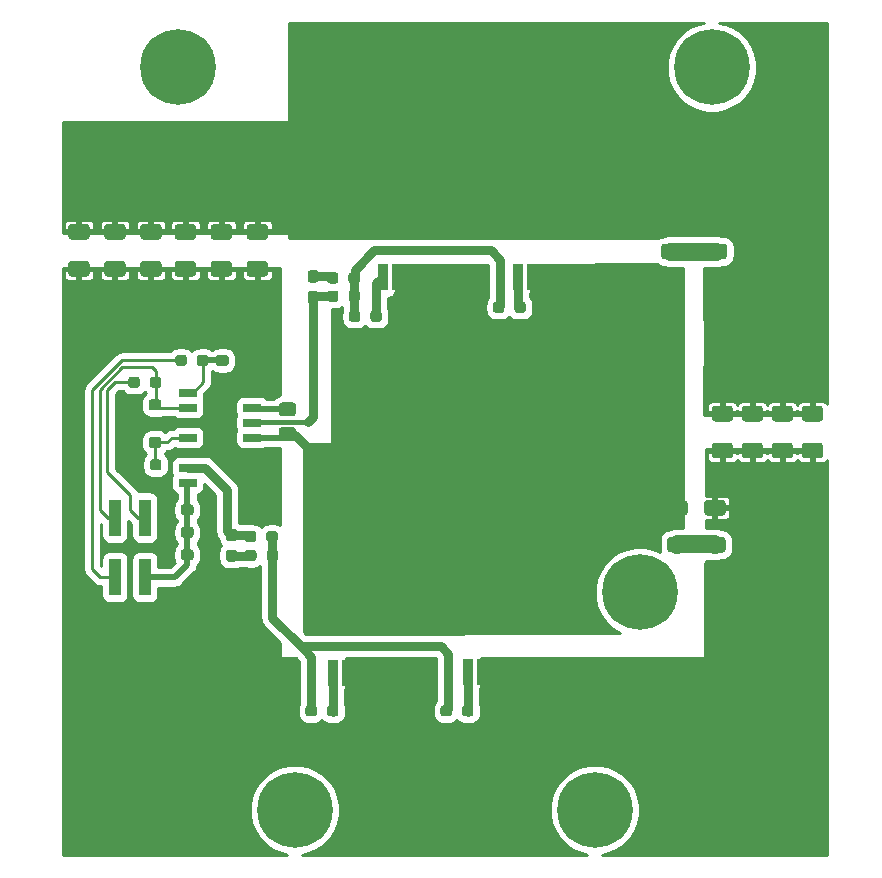
<source format=gtl>
G04 #@! TF.GenerationSoftware,KiCad,Pcbnew,(5.1.6)-1*
G04 #@! TF.CreationDate,2021-04-16T16:03:38+02:00*
G04 #@! TF.ProjectId,Inverter,496e7665-7274-4657-922e-6b696361645f,rev?*
G04 #@! TF.SameCoordinates,Original*
G04 #@! TF.FileFunction,Copper,L1,Top*
G04 #@! TF.FilePolarity,Positive*
%FSLAX46Y46*%
G04 Gerber Fmt 4.6, Leading zero omitted, Abs format (unit mm)*
G04 Created by KiCad (PCBNEW (5.1.6)-1) date 2021-04-16 16:03:38*
%MOMM*%
%LPD*%
G01*
G04 APERTURE LIST*
G04 #@! TA.AperFunction,SMDPad,CuDef*
%ADD10R,9.956800X7.467600*%
G04 #@! TD*
G04 #@! TA.AperFunction,SMDPad,CuDef*
%ADD11R,0.889000X2.311400*%
G04 #@! TD*
G04 #@! TA.AperFunction,SMDPad,CuDef*
%ADD12C,8.000000*%
G04 #@! TD*
G04 #@! TA.AperFunction,ComponentPad*
%ADD13C,6.400000*%
G04 #@! TD*
G04 #@! TA.AperFunction,SMDPad,CuDef*
%ADD14R,1.000000X3.150000*%
G04 #@! TD*
G04 #@! TA.AperFunction,SMDPad,CuDef*
%ADD15R,1.525000X0.700000*%
G04 #@! TD*
G04 #@! TA.AperFunction,Conductor*
%ADD16C,0.250000*%
G04 #@! TD*
G04 #@! TA.AperFunction,Conductor*
%ADD17C,0.500000*%
G04 #@! TD*
G04 #@! TA.AperFunction,Conductor*
%ADD18C,1.500000*%
G04 #@! TD*
G04 #@! TA.AperFunction,Conductor*
%ADD19C,0.750000*%
G04 #@! TD*
G04 #@! TA.AperFunction,Conductor*
%ADD20C,0.400000*%
G04 #@! TD*
G04 #@! TA.AperFunction,Conductor*
%ADD21C,0.254000*%
G04 #@! TD*
G04 APERTURE END LIST*
D10*
X96316800Y-105918000D03*
D11*
X92116801Y-113474500D03*
X93316801Y-113474500D03*
X94516801Y-113474500D03*
X95716801Y-113474500D03*
X96916801Y-113474500D03*
X98116801Y-113474500D03*
X99316802Y-113474500D03*
X100516799Y-113474500D03*
D10*
X107746800Y-105892600D03*
D11*
X103546801Y-113449100D03*
X104746801Y-113449100D03*
X105946801Y-113449100D03*
X107146801Y-113449100D03*
X108346801Y-113449100D03*
X109546801Y-113449100D03*
X110746802Y-113449100D03*
X111946799Y-113449100D03*
D10*
X100558600Y-72390000D03*
D11*
X96358601Y-79946500D03*
X97558601Y-79946500D03*
X98758601Y-79946500D03*
X99958601Y-79946500D03*
X101158601Y-79946500D03*
X102358601Y-79946500D03*
X103558602Y-79946500D03*
X104758599Y-79946500D03*
D10*
X111988600Y-72390000D03*
D11*
X107788601Y-79946500D03*
X108988601Y-79946500D03*
X110188601Y-79946500D03*
X111388601Y-79946500D03*
X112588601Y-79946500D03*
X113788601Y-79946500D03*
X114988602Y-79946500D03*
X116188599Y-79946500D03*
D12*
X128905000Y-125095000D03*
X101600000Y-125095000D03*
X74295000Y-125095000D03*
X117475000Y-93091000D03*
X107315000Y-93091000D03*
X97155000Y-93091000D03*
X114808000Y-62357000D03*
X104648000Y-62357000D03*
X94488000Y-62357000D03*
G04 #@! TA.AperFunction,SMDPad,CuDef*
G36*
G01*
X69961997Y-78624000D02*
X71262003Y-78624000D01*
G75*
G02*
X71512000Y-78873997I0J-249997D01*
G01*
X71512000Y-79699003D01*
G75*
G02*
X71262003Y-79949000I-249997J0D01*
G01*
X69961997Y-79949000D01*
G75*
G02*
X69712000Y-79699003I0J249997D01*
G01*
X69712000Y-78873997D01*
G75*
G02*
X69961997Y-78624000I249997J0D01*
G01*
G37*
G04 #@! TD.AperFunction*
G04 #@! TA.AperFunction,SMDPad,CuDef*
G36*
G01*
X69961997Y-75499000D02*
X71262003Y-75499000D01*
G75*
G02*
X71512000Y-75748997I0J-249997D01*
G01*
X71512000Y-76574003D01*
G75*
G02*
X71262003Y-76824000I-249997J0D01*
G01*
X69961997Y-76824000D01*
G75*
G02*
X69712000Y-76574003I0J249997D01*
G01*
X69712000Y-75748997D01*
G75*
G02*
X69961997Y-75499000I249997J0D01*
G01*
G37*
G04 #@! TD.AperFunction*
G04 #@! TA.AperFunction,SMDPad,CuDef*
G36*
G01*
X73009997Y-78624000D02*
X74310003Y-78624000D01*
G75*
G02*
X74560000Y-78873997I0J-249997D01*
G01*
X74560000Y-79699003D01*
G75*
G02*
X74310003Y-79949000I-249997J0D01*
G01*
X73009997Y-79949000D01*
G75*
G02*
X72760000Y-79699003I0J249997D01*
G01*
X72760000Y-78873997D01*
G75*
G02*
X73009997Y-78624000I249997J0D01*
G01*
G37*
G04 #@! TD.AperFunction*
G04 #@! TA.AperFunction,SMDPad,CuDef*
G36*
G01*
X73009997Y-75499000D02*
X74310003Y-75499000D01*
G75*
G02*
X74560000Y-75748997I0J-249997D01*
G01*
X74560000Y-76574003D01*
G75*
G02*
X74310003Y-76824000I-249997J0D01*
G01*
X73009997Y-76824000D01*
G75*
G02*
X72760000Y-76574003I0J249997D01*
G01*
X72760000Y-75748997D01*
G75*
G02*
X73009997Y-75499000I249997J0D01*
G01*
G37*
G04 #@! TD.AperFunction*
G04 #@! TA.AperFunction,SMDPad,CuDef*
G36*
G01*
X82026997Y-78624000D02*
X83327003Y-78624000D01*
G75*
G02*
X83577000Y-78873997I0J-249997D01*
G01*
X83577000Y-79699003D01*
G75*
G02*
X83327003Y-79949000I-249997J0D01*
G01*
X82026997Y-79949000D01*
G75*
G02*
X81777000Y-79699003I0J249997D01*
G01*
X81777000Y-78873997D01*
G75*
G02*
X82026997Y-78624000I249997J0D01*
G01*
G37*
G04 #@! TD.AperFunction*
G04 #@! TA.AperFunction,SMDPad,CuDef*
G36*
G01*
X82026997Y-75499000D02*
X83327003Y-75499000D01*
G75*
G02*
X83577000Y-75748997I0J-249997D01*
G01*
X83577000Y-76574003D01*
G75*
G02*
X83327003Y-76824000I-249997J0D01*
G01*
X82026997Y-76824000D01*
G75*
G02*
X81777000Y-76574003I0J249997D01*
G01*
X81777000Y-75748997D01*
G75*
G02*
X82026997Y-75499000I249997J0D01*
G01*
G37*
G04 #@! TD.AperFunction*
G04 #@! TA.AperFunction,SMDPad,CuDef*
G36*
G01*
X76057997Y-78624000D02*
X77358003Y-78624000D01*
G75*
G02*
X77608000Y-78873997I0J-249997D01*
G01*
X77608000Y-79699003D01*
G75*
G02*
X77358003Y-79949000I-249997J0D01*
G01*
X76057997Y-79949000D01*
G75*
G02*
X75808000Y-79699003I0J249997D01*
G01*
X75808000Y-78873997D01*
G75*
G02*
X76057997Y-78624000I249997J0D01*
G01*
G37*
G04 #@! TD.AperFunction*
G04 #@! TA.AperFunction,SMDPad,CuDef*
G36*
G01*
X76057997Y-75499000D02*
X77358003Y-75499000D01*
G75*
G02*
X77608000Y-75748997I0J-249997D01*
G01*
X77608000Y-76574003D01*
G75*
G02*
X77358003Y-76824000I-249997J0D01*
G01*
X76057997Y-76824000D01*
G75*
G02*
X75808000Y-76574003I0J249997D01*
G01*
X75808000Y-75748997D01*
G75*
G02*
X76057997Y-75499000I249997J0D01*
G01*
G37*
G04 #@! TD.AperFunction*
G04 #@! TA.AperFunction,SMDPad,CuDef*
G36*
G01*
X78978997Y-78624000D02*
X80279003Y-78624000D01*
G75*
G02*
X80529000Y-78873997I0J-249997D01*
G01*
X80529000Y-79699003D01*
G75*
G02*
X80279003Y-79949000I-249997J0D01*
G01*
X78978997Y-79949000D01*
G75*
G02*
X78729000Y-79699003I0J249997D01*
G01*
X78729000Y-78873997D01*
G75*
G02*
X78978997Y-78624000I249997J0D01*
G01*
G37*
G04 #@! TD.AperFunction*
G04 #@! TA.AperFunction,SMDPad,CuDef*
G36*
G01*
X78978997Y-75499000D02*
X80279003Y-75499000D01*
G75*
G02*
X80529000Y-75748997I0J-249997D01*
G01*
X80529000Y-76574003D01*
G75*
G02*
X80279003Y-76824000I-249997J0D01*
G01*
X78978997Y-76824000D01*
G75*
G02*
X78729000Y-76574003I0J249997D01*
G01*
X78729000Y-75748997D01*
G75*
G02*
X78978997Y-75499000I249997J0D01*
G01*
G37*
G04 #@! TD.AperFunction*
D13*
X118110000Y-106680000D03*
G04 #@! TA.AperFunction,SMDPad,CuDef*
G36*
G01*
X121910001Y-100192000D02*
X120659999Y-100192000D01*
G75*
G02*
X120410000Y-99942001I0J249999D01*
G01*
X120410000Y-99141999D01*
G75*
G02*
X120659999Y-98892000I249999J0D01*
G01*
X121910001Y-98892000D01*
G75*
G02*
X122160000Y-99141999I0J-249999D01*
G01*
X122160000Y-99942001D01*
G75*
G02*
X121910001Y-100192000I-249999J0D01*
G01*
G37*
G04 #@! TD.AperFunction*
G04 #@! TA.AperFunction,SMDPad,CuDef*
G36*
G01*
X121910001Y-103292000D02*
X120659999Y-103292000D01*
G75*
G02*
X120410000Y-103042001I0J249999D01*
G01*
X120410000Y-102241999D01*
G75*
G02*
X120659999Y-101992000I249999J0D01*
G01*
X121910001Y-101992000D01*
G75*
G02*
X122160000Y-102241999I0J-249999D01*
G01*
X122160000Y-103042001D01*
G75*
G02*
X121910001Y-103292000I-249999J0D01*
G01*
G37*
G04 #@! TD.AperFunction*
G04 #@! TA.AperFunction,SMDPad,CuDef*
G36*
G01*
X121402001Y-78475000D02*
X120151999Y-78475000D01*
G75*
G02*
X119902000Y-78225001I0J249999D01*
G01*
X119902000Y-77424999D01*
G75*
G02*
X120151999Y-77175000I249999J0D01*
G01*
X121402001Y-77175000D01*
G75*
G02*
X121652000Y-77424999I0J-249999D01*
G01*
X121652000Y-78225001D01*
G75*
G02*
X121402001Y-78475000I-249999J0D01*
G01*
G37*
G04 #@! TD.AperFunction*
G04 #@! TA.AperFunction,SMDPad,CuDef*
G36*
G01*
X121402001Y-81575000D02*
X120151999Y-81575000D01*
G75*
G02*
X119902000Y-81325001I0J249999D01*
G01*
X119902000Y-80524999D01*
G75*
G02*
X120151999Y-80275000I249999J0D01*
G01*
X121402001Y-80275000D01*
G75*
G02*
X121652000Y-80524999I0J-249999D01*
G01*
X121652000Y-81325001D01*
G75*
G02*
X121402001Y-81575000I-249999J0D01*
G01*
G37*
G04 #@! TD.AperFunction*
G04 #@! TA.AperFunction,SMDPad,CuDef*
G36*
G01*
X123809997Y-101992000D02*
X125110003Y-101992000D01*
G75*
G02*
X125360000Y-102241997I0J-249997D01*
G01*
X125360000Y-103067003D01*
G75*
G02*
X125110003Y-103317000I-249997J0D01*
G01*
X123809997Y-103317000D01*
G75*
G02*
X123560000Y-103067003I0J249997D01*
G01*
X123560000Y-102241997D01*
G75*
G02*
X123809997Y-101992000I249997J0D01*
G01*
G37*
G04 #@! TD.AperFunction*
G04 #@! TA.AperFunction,SMDPad,CuDef*
G36*
G01*
X123809997Y-98867000D02*
X125110003Y-98867000D01*
G75*
G02*
X125360000Y-99116997I0J-249997D01*
G01*
X125360000Y-99942003D01*
G75*
G02*
X125110003Y-100192000I-249997J0D01*
G01*
X123809997Y-100192000D01*
G75*
G02*
X123560000Y-99942003I0J249997D01*
G01*
X123560000Y-99116997D01*
G75*
G02*
X123809997Y-98867000I249997J0D01*
G01*
G37*
G04 #@! TD.AperFunction*
G04 #@! TA.AperFunction,SMDPad,CuDef*
G36*
G01*
X123936997Y-80275000D02*
X125237003Y-80275000D01*
G75*
G02*
X125487000Y-80524997I0J-249997D01*
G01*
X125487000Y-81350003D01*
G75*
G02*
X125237003Y-81600000I-249997J0D01*
G01*
X123936997Y-81600000D01*
G75*
G02*
X123687000Y-81350003I0J249997D01*
G01*
X123687000Y-80524997D01*
G75*
G02*
X123936997Y-80275000I249997J0D01*
G01*
G37*
G04 #@! TD.AperFunction*
G04 #@! TA.AperFunction,SMDPad,CuDef*
G36*
G01*
X123936997Y-77150000D02*
X125237003Y-77150000D01*
G75*
G02*
X125487000Y-77399997I0J-249997D01*
G01*
X125487000Y-78225003D01*
G75*
G02*
X125237003Y-78475000I-249997J0D01*
G01*
X123936997Y-78475000D01*
G75*
G02*
X123687000Y-78225003I0J249997D01*
G01*
X123687000Y-77399997D01*
G75*
G02*
X123936997Y-77150000I249997J0D01*
G01*
G37*
G04 #@! TD.AperFunction*
G04 #@! TA.AperFunction,SMDPad,CuDef*
G36*
G01*
X132064997Y-94016400D02*
X133365003Y-94016400D01*
G75*
G02*
X133615000Y-94266397I0J-249997D01*
G01*
X133615000Y-95091403D01*
G75*
G02*
X133365003Y-95341400I-249997J0D01*
G01*
X132064997Y-95341400D01*
G75*
G02*
X131815000Y-95091403I0J249997D01*
G01*
X131815000Y-94266397D01*
G75*
G02*
X132064997Y-94016400I249997J0D01*
G01*
G37*
G04 #@! TD.AperFunction*
G04 #@! TA.AperFunction,SMDPad,CuDef*
G36*
G01*
X132064997Y-90891400D02*
X133365003Y-90891400D01*
G75*
G02*
X133615000Y-91141397I0J-249997D01*
G01*
X133615000Y-91966403D01*
G75*
G02*
X133365003Y-92216400I-249997J0D01*
G01*
X132064997Y-92216400D01*
G75*
G02*
X131815000Y-91966403I0J249997D01*
G01*
X131815000Y-91141397D01*
G75*
G02*
X132064997Y-90891400I249997J0D01*
G01*
G37*
G04 #@! TD.AperFunction*
G04 #@! TA.AperFunction,SMDPad,CuDef*
G36*
G01*
X129524997Y-94016400D02*
X130825003Y-94016400D01*
G75*
G02*
X131075000Y-94266397I0J-249997D01*
G01*
X131075000Y-95091403D01*
G75*
G02*
X130825003Y-95341400I-249997J0D01*
G01*
X129524997Y-95341400D01*
G75*
G02*
X129275000Y-95091403I0J249997D01*
G01*
X129275000Y-94266397D01*
G75*
G02*
X129524997Y-94016400I249997J0D01*
G01*
G37*
G04 #@! TD.AperFunction*
G04 #@! TA.AperFunction,SMDPad,CuDef*
G36*
G01*
X129524997Y-90891400D02*
X130825003Y-90891400D01*
G75*
G02*
X131075000Y-91141397I0J-249997D01*
G01*
X131075000Y-91966403D01*
G75*
G02*
X130825003Y-92216400I-249997J0D01*
G01*
X129524997Y-92216400D01*
G75*
G02*
X129275000Y-91966403I0J249997D01*
G01*
X129275000Y-91141397D01*
G75*
G02*
X129524997Y-90891400I249997J0D01*
G01*
G37*
G04 #@! TD.AperFunction*
G04 #@! TA.AperFunction,SMDPad,CuDef*
G36*
G01*
X126984997Y-94016400D02*
X128285003Y-94016400D01*
G75*
G02*
X128535000Y-94266397I0J-249997D01*
G01*
X128535000Y-95091403D01*
G75*
G02*
X128285003Y-95341400I-249997J0D01*
G01*
X126984997Y-95341400D01*
G75*
G02*
X126735000Y-95091403I0J249997D01*
G01*
X126735000Y-94266397D01*
G75*
G02*
X126984997Y-94016400I249997J0D01*
G01*
G37*
G04 #@! TD.AperFunction*
G04 #@! TA.AperFunction,SMDPad,CuDef*
G36*
G01*
X126984997Y-90891400D02*
X128285003Y-90891400D01*
G75*
G02*
X128535000Y-91141397I0J-249997D01*
G01*
X128535000Y-91966403D01*
G75*
G02*
X128285003Y-92216400I-249997J0D01*
G01*
X126984997Y-92216400D01*
G75*
G02*
X126735000Y-91966403I0J249997D01*
G01*
X126735000Y-91141397D01*
G75*
G02*
X126984997Y-90891400I249997J0D01*
G01*
G37*
G04 #@! TD.AperFunction*
G04 #@! TA.AperFunction,SMDPad,CuDef*
G36*
G01*
X124444997Y-94016400D02*
X125745003Y-94016400D01*
G75*
G02*
X125995000Y-94266397I0J-249997D01*
G01*
X125995000Y-95091403D01*
G75*
G02*
X125745003Y-95341400I-249997J0D01*
G01*
X124444997Y-95341400D01*
G75*
G02*
X124195000Y-95091403I0J249997D01*
G01*
X124195000Y-94266397D01*
G75*
G02*
X124444997Y-94016400I249997J0D01*
G01*
G37*
G04 #@! TD.AperFunction*
G04 #@! TA.AperFunction,SMDPad,CuDef*
G36*
G01*
X124444997Y-90891400D02*
X125745003Y-90891400D01*
G75*
G02*
X125995000Y-91141397I0J-249997D01*
G01*
X125995000Y-91966403D01*
G75*
G02*
X125745003Y-92216400I-249997J0D01*
G01*
X124444997Y-92216400D01*
G75*
G02*
X124195000Y-91966403I0J249997D01*
G01*
X124195000Y-91141397D01*
G75*
G02*
X124444997Y-90891400I249997J0D01*
G01*
G37*
G04 #@! TD.AperFunction*
G04 #@! TA.AperFunction,SMDPad,CuDef*
G36*
G01*
X85074997Y-78624000D02*
X86375003Y-78624000D01*
G75*
G02*
X86625000Y-78873997I0J-249997D01*
G01*
X86625000Y-79699003D01*
G75*
G02*
X86375003Y-79949000I-249997J0D01*
G01*
X85074997Y-79949000D01*
G75*
G02*
X84825000Y-79699003I0J249997D01*
G01*
X84825000Y-78873997D01*
G75*
G02*
X85074997Y-78624000I249997J0D01*
G01*
G37*
G04 #@! TD.AperFunction*
G04 #@! TA.AperFunction,SMDPad,CuDef*
G36*
G01*
X85074997Y-75499000D02*
X86375003Y-75499000D01*
G75*
G02*
X86625000Y-75748997I0J-249997D01*
G01*
X86625000Y-76574003D01*
G75*
G02*
X86375003Y-76824000I-249997J0D01*
G01*
X85074997Y-76824000D01*
G75*
G02*
X84825000Y-76574003I0J249997D01*
G01*
X84825000Y-75748997D01*
G75*
G02*
X85074997Y-75499000I249997J0D01*
G01*
G37*
G04 #@! TD.AperFunction*
X78994000Y-62230000D03*
X124206000Y-62230000D03*
X114300000Y-125095000D03*
X88900000Y-125095000D03*
D14*
X76200000Y-100345000D03*
X76200000Y-105395000D03*
X73660000Y-100345000D03*
X73660000Y-105395000D03*
D15*
X79838000Y-89763600D03*
X79838000Y-91033600D03*
X79838000Y-92303600D03*
X79838000Y-93573600D03*
X79838000Y-94843600D03*
X79838000Y-96113600D03*
X79838000Y-97383600D03*
X85262000Y-97383600D03*
X85262000Y-96113600D03*
X85262000Y-94843600D03*
X85262000Y-93573600D03*
X85262000Y-92303600D03*
X85262000Y-91033600D03*
X85262000Y-89763600D03*
G04 #@! TA.AperFunction,SMDPad,CuDef*
G36*
G01*
X87790000Y-92678500D02*
X88740000Y-92678500D01*
G75*
G02*
X88990000Y-92928500I0J-250000D01*
G01*
X88990000Y-93603500D01*
G75*
G02*
X88740000Y-93853500I-250000J0D01*
G01*
X87790000Y-93853500D01*
G75*
G02*
X87540000Y-93603500I0J250000D01*
G01*
X87540000Y-92928500D01*
G75*
G02*
X87790000Y-92678500I250000J0D01*
G01*
G37*
G04 #@! TD.AperFunction*
G04 #@! TA.AperFunction,SMDPad,CuDef*
G36*
G01*
X87790000Y-90603500D02*
X88740000Y-90603500D01*
G75*
G02*
X88990000Y-90853500I0J-250000D01*
G01*
X88990000Y-91528500D01*
G75*
G02*
X88740000Y-91778500I-250000J0D01*
G01*
X87790000Y-91778500D01*
G75*
G02*
X87540000Y-91528500I0J250000D01*
G01*
X87540000Y-90853500D01*
G75*
G02*
X87790000Y-90603500I250000J0D01*
G01*
G37*
G04 #@! TD.AperFunction*
G04 #@! TA.AperFunction,SMDPad,CuDef*
G36*
G01*
X83303100Y-103053600D02*
X83778100Y-103053600D01*
G75*
G02*
X84015600Y-103291100I0J-237500D01*
G01*
X84015600Y-103866100D01*
G75*
G02*
X83778100Y-104103600I-237500J0D01*
G01*
X83303100Y-104103600D01*
G75*
G02*
X83065600Y-103866100I0J237500D01*
G01*
X83065600Y-103291100D01*
G75*
G02*
X83303100Y-103053600I237500J0D01*
G01*
G37*
G04 #@! TD.AperFunction*
G04 #@! TA.AperFunction,SMDPad,CuDef*
G36*
G01*
X83303100Y-101303600D02*
X83778100Y-101303600D01*
G75*
G02*
X84015600Y-101541100I0J-237500D01*
G01*
X84015600Y-102116100D01*
G75*
G02*
X83778100Y-102353600I-237500J0D01*
G01*
X83303100Y-102353600D01*
G75*
G02*
X83065600Y-102116100I0J237500D01*
G01*
X83065600Y-101541100D01*
G75*
G02*
X83303100Y-101303600I237500J0D01*
G01*
G37*
G04 #@! TD.AperFunction*
G04 #@! TA.AperFunction,SMDPad,CuDef*
G36*
G01*
X85653700Y-103318300D02*
X85653700Y-103793300D01*
G75*
G02*
X85416200Y-104030800I-237500J0D01*
G01*
X84916200Y-104030800D01*
G75*
G02*
X84678700Y-103793300I0J237500D01*
G01*
X84678700Y-103318300D01*
G75*
G02*
X84916200Y-103080800I237500J0D01*
G01*
X85416200Y-103080800D01*
G75*
G02*
X85653700Y-103318300I0J-237500D01*
G01*
G37*
G04 #@! TD.AperFunction*
G04 #@! TA.AperFunction,SMDPad,CuDef*
G36*
G01*
X87478700Y-103318300D02*
X87478700Y-103793300D01*
G75*
G02*
X87241200Y-104030800I-237500J0D01*
G01*
X86741200Y-104030800D01*
G75*
G02*
X86503700Y-103793300I0J237500D01*
G01*
X86503700Y-103318300D01*
G75*
G02*
X86741200Y-103080800I237500J0D01*
G01*
X87241200Y-103080800D01*
G75*
G02*
X87478700Y-103318300I0J-237500D01*
G01*
G37*
G04 #@! TD.AperFunction*
G04 #@! TA.AperFunction,SMDPad,CuDef*
G36*
G01*
X85632100Y-101718100D02*
X85632100Y-102193100D01*
G75*
G02*
X85394600Y-102430600I-237500J0D01*
G01*
X84894600Y-102430600D01*
G75*
G02*
X84657100Y-102193100I0J237500D01*
G01*
X84657100Y-101718100D01*
G75*
G02*
X84894600Y-101480600I237500J0D01*
G01*
X85394600Y-101480600D01*
G75*
G02*
X85632100Y-101718100I0J-237500D01*
G01*
G37*
G04 #@! TD.AperFunction*
G04 #@! TA.AperFunction,SMDPad,CuDef*
G36*
G01*
X87457100Y-101718100D02*
X87457100Y-102193100D01*
G75*
G02*
X87219600Y-102430600I-237500J0D01*
G01*
X86719600Y-102430600D01*
G75*
G02*
X86482100Y-102193100I0J237500D01*
G01*
X86482100Y-101718100D01*
G75*
G02*
X86719600Y-101480600I237500J0D01*
G01*
X87219600Y-101480600D01*
G75*
G02*
X87457100Y-101718100I0J-237500D01*
G01*
G37*
G04 #@! TD.AperFunction*
G04 #@! TA.AperFunction,SMDPad,CuDef*
G36*
G01*
X80970000Y-101837500D02*
X80970000Y-101362500D01*
G75*
G02*
X81207500Y-101125000I237500J0D01*
G01*
X81807500Y-101125000D01*
G75*
G02*
X82045000Y-101362500I0J-237500D01*
G01*
X82045000Y-101837500D01*
G75*
G02*
X81807500Y-102075000I-237500J0D01*
G01*
X81207500Y-102075000D01*
G75*
G02*
X80970000Y-101837500I0J237500D01*
G01*
G37*
G04 #@! TD.AperFunction*
G04 #@! TA.AperFunction,SMDPad,CuDef*
G36*
G01*
X79245000Y-101837500D02*
X79245000Y-101362500D01*
G75*
G02*
X79482500Y-101125000I237500J0D01*
G01*
X80082500Y-101125000D01*
G75*
G02*
X80320000Y-101362500I0J-237500D01*
G01*
X80320000Y-101837500D01*
G75*
G02*
X80082500Y-102075000I-237500J0D01*
G01*
X79482500Y-102075000D01*
G75*
G02*
X79245000Y-101837500I0J237500D01*
G01*
G37*
G04 #@! TD.AperFunction*
G04 #@! TA.AperFunction,SMDPad,CuDef*
G36*
G01*
X80970000Y-99932500D02*
X80970000Y-99457500D01*
G75*
G02*
X81207500Y-99220000I237500J0D01*
G01*
X81807500Y-99220000D01*
G75*
G02*
X82045000Y-99457500I0J-237500D01*
G01*
X82045000Y-99932500D01*
G75*
G02*
X81807500Y-100170000I-237500J0D01*
G01*
X81207500Y-100170000D01*
G75*
G02*
X80970000Y-99932500I0J237500D01*
G01*
G37*
G04 #@! TD.AperFunction*
G04 #@! TA.AperFunction,SMDPad,CuDef*
G36*
G01*
X79245000Y-99932500D02*
X79245000Y-99457500D01*
G75*
G02*
X79482500Y-99220000I237500J0D01*
G01*
X80082500Y-99220000D01*
G75*
G02*
X80320000Y-99457500I0J-237500D01*
G01*
X80320000Y-99932500D01*
G75*
G02*
X80082500Y-100170000I-237500J0D01*
G01*
X79482500Y-100170000D01*
G75*
G02*
X79245000Y-99932500I0J237500D01*
G01*
G37*
G04 #@! TD.AperFunction*
G04 #@! TA.AperFunction,SMDPad,CuDef*
G36*
G01*
X83940700Y-87283300D02*
X83940700Y-86808300D01*
G75*
G02*
X84178200Y-86570800I237500J0D01*
G01*
X84778200Y-86570800D01*
G75*
G02*
X85015700Y-86808300I0J-237500D01*
G01*
X85015700Y-87283300D01*
G75*
G02*
X84778200Y-87520800I-237500J0D01*
G01*
X84178200Y-87520800D01*
G75*
G02*
X83940700Y-87283300I0J237500D01*
G01*
G37*
G04 #@! TD.AperFunction*
G04 #@! TA.AperFunction,SMDPad,CuDef*
G36*
G01*
X82215700Y-87283300D02*
X82215700Y-86808300D01*
G75*
G02*
X82453200Y-86570800I237500J0D01*
G01*
X83053200Y-86570800D01*
G75*
G02*
X83290700Y-86808300I0J-237500D01*
G01*
X83290700Y-87283300D01*
G75*
G02*
X83053200Y-87520800I-237500J0D01*
G01*
X82453200Y-87520800D01*
G75*
G02*
X82215700Y-87283300I0J237500D01*
G01*
G37*
G04 #@! TD.AperFunction*
G04 #@! TA.AperFunction,SMDPad,CuDef*
G36*
G01*
X80320000Y-103267500D02*
X80320000Y-103742500D01*
G75*
G02*
X80082500Y-103980000I-237500J0D01*
G01*
X79482500Y-103980000D01*
G75*
G02*
X79245000Y-103742500I0J237500D01*
G01*
X79245000Y-103267500D01*
G75*
G02*
X79482500Y-103030000I237500J0D01*
G01*
X80082500Y-103030000D01*
G75*
G02*
X80320000Y-103267500I0J-237500D01*
G01*
G37*
G04 #@! TD.AperFunction*
G04 #@! TA.AperFunction,SMDPad,CuDef*
G36*
G01*
X82045000Y-103267500D02*
X82045000Y-103742500D01*
G75*
G02*
X81807500Y-103980000I-237500J0D01*
G01*
X81207500Y-103980000D01*
G75*
G02*
X80970000Y-103742500I0J237500D01*
G01*
X80970000Y-103267500D01*
G75*
G02*
X81207500Y-103030000I237500J0D01*
G01*
X81807500Y-103030000D01*
G75*
G02*
X82045000Y-103267500I0J-237500D01*
G01*
G37*
G04 #@! TD.AperFunction*
G04 #@! TA.AperFunction,SMDPad,CuDef*
G36*
G01*
X75875000Y-93742500D02*
X75875000Y-94217500D01*
G75*
G02*
X75637500Y-94455000I-237500J0D01*
G01*
X75037500Y-94455000D01*
G75*
G02*
X74800000Y-94217500I0J237500D01*
G01*
X74800000Y-93742500D01*
G75*
G02*
X75037500Y-93505000I237500J0D01*
G01*
X75637500Y-93505000D01*
G75*
G02*
X75875000Y-93742500I0J-237500D01*
G01*
G37*
G04 #@! TD.AperFunction*
G04 #@! TA.AperFunction,SMDPad,CuDef*
G36*
G01*
X77600000Y-93742500D02*
X77600000Y-94217500D01*
G75*
G02*
X77362500Y-94455000I-237500J0D01*
G01*
X76762500Y-94455000D01*
G75*
G02*
X76525000Y-94217500I0J237500D01*
G01*
X76525000Y-93742500D01*
G75*
G02*
X76762500Y-93505000I237500J0D01*
G01*
X77362500Y-93505000D01*
G75*
G02*
X77600000Y-93742500I0J-237500D01*
G01*
G37*
G04 #@! TD.AperFunction*
G04 #@! TA.AperFunction,SMDPad,CuDef*
G36*
G01*
X75875000Y-90567500D02*
X75875000Y-91042500D01*
G75*
G02*
X75637500Y-91280000I-237500J0D01*
G01*
X75037500Y-91280000D01*
G75*
G02*
X74800000Y-91042500I0J237500D01*
G01*
X74800000Y-90567500D01*
G75*
G02*
X75037500Y-90330000I237500J0D01*
G01*
X75637500Y-90330000D01*
G75*
G02*
X75875000Y-90567500I0J-237500D01*
G01*
G37*
G04 #@! TD.AperFunction*
G04 #@! TA.AperFunction,SMDPad,CuDef*
G36*
G01*
X77600000Y-90567500D02*
X77600000Y-91042500D01*
G75*
G02*
X77362500Y-91280000I-237500J0D01*
G01*
X76762500Y-91280000D01*
G75*
G02*
X76525000Y-91042500I0J237500D01*
G01*
X76525000Y-90567500D01*
G75*
G02*
X76762500Y-90330000I237500J0D01*
G01*
X77362500Y-90330000D01*
G75*
G02*
X77600000Y-90567500I0J-237500D01*
G01*
G37*
G04 #@! TD.AperFunction*
G04 #@! TA.AperFunction,SMDPad,CuDef*
G36*
G01*
X75775000Y-95647500D02*
X75775000Y-96122500D01*
G75*
G02*
X75537500Y-96360000I-237500J0D01*
G01*
X75037500Y-96360000D01*
G75*
G02*
X74800000Y-96122500I0J237500D01*
G01*
X74800000Y-95647500D01*
G75*
G02*
X75037500Y-95410000I237500J0D01*
G01*
X75537500Y-95410000D01*
G75*
G02*
X75775000Y-95647500I0J-237500D01*
G01*
G37*
G04 #@! TD.AperFunction*
G04 #@! TA.AperFunction,SMDPad,CuDef*
G36*
G01*
X77600000Y-95647500D02*
X77600000Y-96122500D01*
G75*
G02*
X77362500Y-96360000I-237500J0D01*
G01*
X76862500Y-96360000D01*
G75*
G02*
X76625000Y-96122500I0J237500D01*
G01*
X76625000Y-95647500D01*
G75*
G02*
X76862500Y-95410000I237500J0D01*
G01*
X77362500Y-95410000D01*
G75*
G02*
X77600000Y-95647500I0J-237500D01*
G01*
G37*
G04 #@! TD.AperFunction*
G04 #@! TA.AperFunction,SMDPad,CuDef*
G36*
G01*
X79760900Y-86808300D02*
X79760900Y-87283300D01*
G75*
G02*
X79523400Y-87520800I-237500J0D01*
G01*
X79023400Y-87520800D01*
G75*
G02*
X78785900Y-87283300I0J237500D01*
G01*
X78785900Y-86808300D01*
G75*
G02*
X79023400Y-86570800I237500J0D01*
G01*
X79523400Y-86570800D01*
G75*
G02*
X79760900Y-86808300I0J-237500D01*
G01*
G37*
G04 #@! TD.AperFunction*
G04 #@! TA.AperFunction,SMDPad,CuDef*
G36*
G01*
X81585900Y-86808300D02*
X81585900Y-87283300D01*
G75*
G02*
X81348400Y-87520800I-237500J0D01*
G01*
X80848400Y-87520800D01*
G75*
G02*
X80610900Y-87283300I0J237500D01*
G01*
X80610900Y-86808300D01*
G75*
G02*
X80848400Y-86570800I237500J0D01*
G01*
X81348400Y-86570800D01*
G75*
G02*
X81585900Y-86808300I0J-237500D01*
G01*
G37*
G04 #@! TD.AperFunction*
G04 #@! TA.AperFunction,SMDPad,CuDef*
G36*
G01*
X76625000Y-89137500D02*
X76625000Y-88662500D01*
G75*
G02*
X76862500Y-88425000I237500J0D01*
G01*
X77362500Y-88425000D01*
G75*
G02*
X77600000Y-88662500I0J-237500D01*
G01*
X77600000Y-89137500D01*
G75*
G02*
X77362500Y-89375000I-237500J0D01*
G01*
X76862500Y-89375000D01*
G75*
G02*
X76625000Y-89137500I0J237500D01*
G01*
G37*
G04 #@! TD.AperFunction*
G04 #@! TA.AperFunction,SMDPad,CuDef*
G36*
G01*
X74800000Y-89137500D02*
X74800000Y-88662500D01*
G75*
G02*
X75037500Y-88425000I237500J0D01*
G01*
X75537500Y-88425000D01*
G75*
G02*
X75775000Y-88662500I0J-237500D01*
G01*
X75775000Y-89137500D01*
G75*
G02*
X75537500Y-89375000I-237500J0D01*
G01*
X75037500Y-89375000D01*
G75*
G02*
X74800000Y-89137500I0J237500D01*
G01*
G37*
G04 #@! TD.AperFunction*
G04 #@! TA.AperFunction,SMDPad,CuDef*
G36*
G01*
X90761000Y-116475500D02*
X90761000Y-116950500D01*
G75*
G02*
X90523500Y-117188000I-237500J0D01*
G01*
X90023500Y-117188000D01*
G75*
G02*
X89786000Y-116950500I0J237500D01*
G01*
X89786000Y-116475500D01*
G75*
G02*
X90023500Y-116238000I237500J0D01*
G01*
X90523500Y-116238000D01*
G75*
G02*
X90761000Y-116475500I0J-237500D01*
G01*
G37*
G04 #@! TD.AperFunction*
G04 #@! TA.AperFunction,SMDPad,CuDef*
G36*
G01*
X92586000Y-116475500D02*
X92586000Y-116950500D01*
G75*
G02*
X92348500Y-117188000I-237500J0D01*
G01*
X91848500Y-117188000D01*
G75*
G02*
X91611000Y-116950500I0J237500D01*
G01*
X91611000Y-116475500D01*
G75*
G02*
X91848500Y-116238000I237500J0D01*
G01*
X92348500Y-116238000D01*
G75*
G02*
X92586000Y-116475500I0J-237500D01*
G01*
G37*
G04 #@! TD.AperFunction*
G04 #@! TA.AperFunction,SMDPad,CuDef*
G36*
G01*
X102191000Y-116475500D02*
X102191000Y-116950500D01*
G75*
G02*
X101953500Y-117188000I-237500J0D01*
G01*
X101453500Y-117188000D01*
G75*
G02*
X101216000Y-116950500I0J237500D01*
G01*
X101216000Y-116475500D01*
G75*
G02*
X101453500Y-116238000I237500J0D01*
G01*
X101953500Y-116238000D01*
G75*
G02*
X102191000Y-116475500I0J-237500D01*
G01*
G37*
G04 #@! TD.AperFunction*
G04 #@! TA.AperFunction,SMDPad,CuDef*
G36*
G01*
X104016000Y-116475500D02*
X104016000Y-116950500D01*
G75*
G02*
X103778500Y-117188000I-237500J0D01*
G01*
X103278500Y-117188000D01*
G75*
G02*
X103041000Y-116950500I0J237500D01*
G01*
X103041000Y-116475500D01*
G75*
G02*
X103278500Y-116238000I237500J0D01*
G01*
X103778500Y-116238000D01*
G75*
G02*
X104016000Y-116475500I0J-237500D01*
G01*
G37*
G04 #@! TD.AperFunction*
G04 #@! TA.AperFunction,SMDPad,CuDef*
G36*
G01*
X94444000Y-83074500D02*
X94444000Y-83549500D01*
G75*
G02*
X94206500Y-83787000I-237500J0D01*
G01*
X93706500Y-83787000D01*
G75*
G02*
X93469000Y-83549500I0J237500D01*
G01*
X93469000Y-83074500D01*
G75*
G02*
X93706500Y-82837000I237500J0D01*
G01*
X94206500Y-82837000D01*
G75*
G02*
X94444000Y-83074500I0J-237500D01*
G01*
G37*
G04 #@! TD.AperFunction*
G04 #@! TA.AperFunction,SMDPad,CuDef*
G36*
G01*
X96269000Y-83074500D02*
X96269000Y-83549500D01*
G75*
G02*
X96031500Y-83787000I-237500J0D01*
G01*
X95531500Y-83787000D01*
G75*
G02*
X95294000Y-83549500I0J237500D01*
G01*
X95294000Y-83074500D01*
G75*
G02*
X95531500Y-82837000I237500J0D01*
G01*
X96031500Y-82837000D01*
G75*
G02*
X96269000Y-83074500I0J-237500D01*
G01*
G37*
G04 #@! TD.AperFunction*
G04 #@! TA.AperFunction,SMDPad,CuDef*
G36*
G01*
X106636000Y-82312500D02*
X106636000Y-82787500D01*
G75*
G02*
X106398500Y-83025000I-237500J0D01*
G01*
X105898500Y-83025000D01*
G75*
G02*
X105661000Y-82787500I0J237500D01*
G01*
X105661000Y-82312500D01*
G75*
G02*
X105898500Y-82075000I237500J0D01*
G01*
X106398500Y-82075000D01*
G75*
G02*
X106636000Y-82312500I0J-237500D01*
G01*
G37*
G04 #@! TD.AperFunction*
G04 #@! TA.AperFunction,SMDPad,CuDef*
G36*
G01*
X108461000Y-82312500D02*
X108461000Y-82787500D01*
G75*
G02*
X108223500Y-83025000I-237500J0D01*
G01*
X107723500Y-83025000D01*
G75*
G02*
X107486000Y-82787500I0J237500D01*
G01*
X107486000Y-82312500D01*
G75*
G02*
X107723500Y-82075000I237500J0D01*
G01*
X108223500Y-82075000D01*
G75*
G02*
X108461000Y-82312500I0J-237500D01*
G01*
G37*
G04 #@! TD.AperFunction*
G04 #@! TA.AperFunction,SMDPad,CuDef*
G36*
G01*
X92587900Y-79823300D02*
X92587900Y-80298300D01*
G75*
G02*
X92350400Y-80535800I-237500J0D01*
G01*
X91850400Y-80535800D01*
G75*
G02*
X91612900Y-80298300I0J237500D01*
G01*
X91612900Y-79823300D01*
G75*
G02*
X91850400Y-79585800I237500J0D01*
G01*
X92350400Y-79585800D01*
G75*
G02*
X92587900Y-79823300I0J-237500D01*
G01*
G37*
G04 #@! TD.AperFunction*
G04 #@! TA.AperFunction,SMDPad,CuDef*
G36*
G01*
X94412900Y-79823300D02*
X94412900Y-80298300D01*
G75*
G02*
X94175400Y-80535800I-237500J0D01*
G01*
X93675400Y-80535800D01*
G75*
G02*
X93437900Y-80298300I0J237500D01*
G01*
X93437900Y-79823300D01*
G75*
G02*
X93675400Y-79585800I237500J0D01*
G01*
X94175400Y-79585800D01*
G75*
G02*
X94412900Y-79823300I0J-237500D01*
G01*
G37*
G04 #@! TD.AperFunction*
G04 #@! TA.AperFunction,SMDPad,CuDef*
G36*
G01*
X92591700Y-81372700D02*
X92591700Y-81847700D01*
G75*
G02*
X92354200Y-82085200I-237500J0D01*
G01*
X91854200Y-82085200D01*
G75*
G02*
X91616700Y-81847700I0J237500D01*
G01*
X91616700Y-81372700D01*
G75*
G02*
X91854200Y-81135200I237500J0D01*
G01*
X92354200Y-81135200D01*
G75*
G02*
X92591700Y-81372700I0J-237500D01*
G01*
G37*
G04 #@! TD.AperFunction*
G04 #@! TA.AperFunction,SMDPad,CuDef*
G36*
G01*
X94416700Y-81372700D02*
X94416700Y-81847700D01*
G75*
G02*
X94179200Y-82085200I-237500J0D01*
G01*
X93679200Y-82085200D01*
G75*
G02*
X93441700Y-81847700I0J237500D01*
G01*
X93441700Y-81372700D01*
G75*
G02*
X93679200Y-81135200I237500J0D01*
G01*
X94179200Y-81135200D01*
G75*
G02*
X94416700Y-81372700I0J-237500D01*
G01*
G37*
G04 #@! TD.AperFunction*
G04 #@! TA.AperFunction,SMDPad,CuDef*
G36*
G01*
X90686900Y-80458800D02*
X90211900Y-80458800D01*
G75*
G02*
X89974400Y-80221300I0J237500D01*
G01*
X89974400Y-79646300D01*
G75*
G02*
X90211900Y-79408800I237500J0D01*
G01*
X90686900Y-79408800D01*
G75*
G02*
X90924400Y-79646300I0J-237500D01*
G01*
X90924400Y-80221300D01*
G75*
G02*
X90686900Y-80458800I-237500J0D01*
G01*
G37*
G04 #@! TD.AperFunction*
G04 #@! TA.AperFunction,SMDPad,CuDef*
G36*
G01*
X90686900Y-82208800D02*
X90211900Y-82208800D01*
G75*
G02*
X89974400Y-81971300I0J237500D01*
G01*
X89974400Y-81396300D01*
G75*
G02*
X90211900Y-81158800I237500J0D01*
G01*
X90686900Y-81158800D01*
G75*
G02*
X90924400Y-81396300I0J-237500D01*
G01*
X90924400Y-81971300D01*
G75*
G02*
X90686900Y-82208800I-237500J0D01*
G01*
G37*
G04 #@! TD.AperFunction*
D16*
X77112500Y-90755000D02*
X77062500Y-90805000D01*
X77112500Y-88900000D02*
X77112500Y-90755000D01*
X77291100Y-91033600D02*
X77062500Y-90805000D01*
X77112500Y-87907500D02*
X77112500Y-88900000D01*
X76835000Y-87630000D02*
X77112500Y-87907500D01*
X74296410Y-87630000D02*
X76835000Y-87630000D01*
X72390000Y-89536410D02*
X74296410Y-87630000D01*
X72390000Y-99695000D02*
X72390000Y-89536410D01*
X73040000Y-100345000D02*
X72390000Y-99695000D01*
X73660000Y-100345000D02*
X73040000Y-100345000D01*
X77291100Y-91033600D02*
X79838000Y-91033600D01*
X77062500Y-95835000D02*
X77112500Y-95885000D01*
X77062500Y-93980000D02*
X77062500Y-95835000D01*
X78105000Y-93980000D02*
X77062500Y-93980000D01*
X78511400Y-93573600D02*
X78105000Y-93980000D01*
X79838000Y-93573600D02*
X78511400Y-93573600D01*
X81260400Y-87207800D02*
X81098400Y-87045800D01*
D17*
X81098400Y-87045800D02*
X82753200Y-87045800D01*
D16*
X80236400Y-89763600D02*
X79838000Y-89763600D01*
X81098400Y-87045800D02*
X81098400Y-88901600D01*
X81098400Y-88901600D02*
X80236400Y-89763600D01*
X85419400Y-91191000D02*
X85262000Y-91033600D01*
D17*
X88265000Y-91191000D02*
X85419400Y-91191000D01*
D16*
X124574500Y-77825000D02*
X124587000Y-77812500D01*
D18*
X120777000Y-77825000D02*
X124574500Y-77825000D01*
X124421500Y-102616000D02*
X124460000Y-102654500D01*
X121311000Y-102616000D02*
X124421500Y-102616000D01*
X121285000Y-102642000D02*
X121311000Y-102616000D01*
D16*
X85143400Y-103578600D02*
X85166200Y-103555800D01*
D19*
X83540600Y-103578600D02*
X85143400Y-103578600D01*
X83540600Y-101828600D02*
X85017600Y-101828600D01*
X85017600Y-101828600D02*
X85144600Y-101955600D01*
X83185000Y-98018600D02*
X81280000Y-96113600D01*
X83185000Y-101473000D02*
X83185000Y-98018600D01*
X83540600Y-101828600D02*
X83185000Y-101473000D01*
X81280000Y-96113600D02*
X79838000Y-96113600D01*
D16*
X91973400Y-79933800D02*
X92100400Y-80060800D01*
D19*
X90449400Y-79933800D02*
X91973400Y-79933800D01*
X90523000Y-81610200D02*
X90449400Y-81683800D01*
X92104200Y-81610200D02*
X90523000Y-81610200D01*
D20*
X85299609Y-92265991D02*
X89979009Y-92265991D01*
X85262000Y-92303600D02*
X85299609Y-92265991D01*
D19*
X90449400Y-91795600D02*
X90449400Y-81683800D01*
X89979009Y-92265991D02*
X90449400Y-91795600D01*
D16*
X75595000Y-100345000D02*
X74945000Y-99695000D01*
X76200000Y-100345000D02*
X75595000Y-100345000D01*
X74945000Y-99695000D02*
X74945000Y-98440000D01*
X73025000Y-96520000D02*
X73025000Y-89537820D01*
X74945000Y-98440000D02*
X73025000Y-96520000D01*
X73662820Y-88900000D02*
X75287500Y-88900000D01*
X73025000Y-89537820D02*
X73662820Y-88900000D01*
X74244200Y-87045800D02*
X79273400Y-87045800D01*
X71755000Y-89535000D02*
X74244200Y-87045800D01*
X71755000Y-104745000D02*
X71755000Y-89535000D01*
X72405000Y-105395000D02*
X71755000Y-104745000D01*
X73660000Y-105395000D02*
X72405000Y-105395000D01*
D19*
X86969600Y-103534200D02*
X86991200Y-103555800D01*
X86969600Y-101955600D02*
X86969600Y-103534200D01*
X89408000Y-111252000D02*
X89687400Y-111252000D01*
X86991200Y-108835200D02*
X86991200Y-103555800D01*
X89408000Y-111252000D02*
X86991200Y-108835200D01*
X90273500Y-112117500D02*
X89408000Y-111252000D01*
X90273500Y-116713000D02*
X90273500Y-112117500D01*
X101244400Y-111252000D02*
X89408000Y-111252000D01*
X101879400Y-111887000D02*
X101244400Y-111252000D01*
D16*
X101879400Y-116537100D02*
X101703500Y-116713000D01*
D19*
X101879400Y-111887000D02*
X101879400Y-116537100D01*
X93929200Y-80064600D02*
X93925400Y-80060800D01*
X93929200Y-81610200D02*
X93929200Y-80064600D01*
X93929200Y-81610200D02*
X93929200Y-83134200D01*
X106299000Y-82399500D02*
X106148500Y-82550000D01*
X105511600Y-77724000D02*
X106299000Y-78511400D01*
X95631000Y-77724000D02*
X105511600Y-77724000D01*
X93980000Y-79375000D02*
X95631000Y-77724000D01*
X93980000Y-80006200D02*
X93980000Y-79375000D01*
X106299000Y-78511400D02*
X106299000Y-82399500D01*
X93925400Y-80060800D02*
X93980000Y-80006200D01*
D16*
X103530400Y-113465501D02*
X103546801Y-113449100D01*
D19*
X103530400Y-116818400D02*
X103530400Y-113465501D01*
D16*
X92125800Y-113483499D02*
X92116801Y-113474500D01*
D19*
X92125800Y-116818400D02*
X92125800Y-113483499D01*
D16*
X107797600Y-79955499D02*
X107788601Y-79946500D01*
D19*
X107788601Y-82591801D02*
X107788601Y-79946500D01*
X107797600Y-82600800D02*
X107788601Y-82591801D01*
D16*
X96367600Y-79955499D02*
X96358601Y-79946500D01*
D19*
X95781500Y-80523601D02*
X96358601Y-79946500D01*
X95781500Y-83312000D02*
X95781500Y-80523601D01*
D17*
X76200000Y-105395000D02*
X78725000Y-105395000D01*
X79782500Y-104337500D02*
X79782500Y-103505000D01*
X78725000Y-105395000D02*
X79782500Y-104337500D01*
X79782500Y-103505000D02*
X79782500Y-101600000D01*
X79782500Y-101600000D02*
X79782500Y-99695000D01*
X79782500Y-97439100D02*
X79838000Y-97383600D01*
X79782500Y-99695000D02*
X79782500Y-97439100D01*
X87957400Y-93573600D02*
X88265000Y-93266000D01*
X85262000Y-93573600D02*
X87957400Y-93573600D01*
D16*
X88265000Y-93266000D02*
X88344000Y-93345000D01*
D19*
X88900000Y-93345000D02*
X91059000Y-95504000D01*
X88344000Y-93345000D02*
X88900000Y-93345000D01*
D21*
G36*
X119658613Y-78963405D02*
G01*
X119812149Y-79045472D01*
X119978745Y-79096008D01*
X120151999Y-79113072D01*
X120252027Y-79113072D01*
X120505493Y-79189960D01*
X120708963Y-79210000D01*
X121793000Y-79210000D01*
X121793000Y-101231000D01*
X121379037Y-101231000D01*
X121311000Y-101224299D01*
X121242964Y-101231000D01*
X121242963Y-101231000D01*
X121039493Y-101251040D01*
X120778419Y-101330236D01*
X120734094Y-101353928D01*
X120659999Y-101353928D01*
X120486745Y-101370992D01*
X120320149Y-101421528D01*
X120166613Y-101503595D01*
X120032038Y-101614038D01*
X119921595Y-101748613D01*
X119839528Y-101902149D01*
X119788992Y-102068745D01*
X119771928Y-102241999D01*
X119771928Y-103042001D01*
X119788992Y-103215255D01*
X119792195Y-103225814D01*
X119228628Y-102992377D01*
X118487715Y-102845000D01*
X117732285Y-102845000D01*
X116991372Y-102992377D01*
X116293446Y-103281467D01*
X115665330Y-103701161D01*
X115131161Y-104235330D01*
X114711467Y-104863446D01*
X114422377Y-105561372D01*
X114275000Y-106302285D01*
X114275000Y-107057715D01*
X114422377Y-107798628D01*
X114711467Y-108496554D01*
X115131161Y-109124670D01*
X115665330Y-109658839D01*
X116293446Y-110078533D01*
X116419078Y-110130571D01*
X89819239Y-110234884D01*
X89662000Y-110077645D01*
X89662000Y-94107000D01*
X91948000Y-94107000D01*
X91972776Y-94104560D01*
X91996601Y-94097333D01*
X92018557Y-94085597D01*
X92037803Y-94069803D01*
X92053597Y-94050557D01*
X92065333Y-94028601D01*
X92072560Y-94004776D01*
X92075000Y-93980000D01*
X92075000Y-82723272D01*
X92354200Y-82723272D01*
X92525016Y-82706448D01*
X92689267Y-82656623D01*
X92840642Y-82575712D01*
X92919201Y-82511240D01*
X92919201Y-82698978D01*
X92897577Y-82739433D01*
X92847752Y-82903684D01*
X92830928Y-83074500D01*
X92830928Y-83549500D01*
X92847752Y-83720316D01*
X92897577Y-83884567D01*
X92978488Y-84035942D01*
X93087377Y-84168623D01*
X93220058Y-84277512D01*
X93371433Y-84358423D01*
X93535684Y-84408248D01*
X93706500Y-84425072D01*
X94206500Y-84425072D01*
X94377316Y-84408248D01*
X94541567Y-84358423D01*
X94692942Y-84277512D01*
X94825623Y-84168623D01*
X94869000Y-84115768D01*
X94912377Y-84168623D01*
X95045058Y-84277512D01*
X95196433Y-84358423D01*
X95360684Y-84408248D01*
X95531500Y-84425072D01*
X96031500Y-84425072D01*
X96202316Y-84408248D01*
X96366567Y-84358423D01*
X96517942Y-84277512D01*
X96650623Y-84168623D01*
X96759512Y-84035942D01*
X96840423Y-83884567D01*
X96890248Y-83720316D01*
X96907072Y-83549500D01*
X96907072Y-83074500D01*
X96890248Y-82903684D01*
X96840423Y-82739433D01*
X96791500Y-82647904D01*
X96791500Y-81740272D01*
X96803101Y-81740272D01*
X96927583Y-81728012D01*
X97047281Y-81691702D01*
X97157595Y-81632737D01*
X97254286Y-81553385D01*
X97333638Y-81456694D01*
X97392603Y-81346380D01*
X97428913Y-81226682D01*
X97441173Y-81102200D01*
X97441173Y-78970725D01*
X105289000Y-78937471D01*
X105289001Y-81685479D01*
X105279377Y-81693377D01*
X105170488Y-81826058D01*
X105089577Y-81977433D01*
X105039752Y-82141684D01*
X105022928Y-82312500D01*
X105022928Y-82787500D01*
X105039752Y-82958316D01*
X105089577Y-83122567D01*
X105170488Y-83273942D01*
X105279377Y-83406623D01*
X105412058Y-83515512D01*
X105563433Y-83596423D01*
X105727684Y-83646248D01*
X105898500Y-83663072D01*
X106398500Y-83663072D01*
X106569316Y-83646248D01*
X106733567Y-83596423D01*
X106884942Y-83515512D01*
X107017623Y-83406623D01*
X107061000Y-83353768D01*
X107104377Y-83406623D01*
X107237058Y-83515512D01*
X107388433Y-83596423D01*
X107552684Y-83646248D01*
X107723500Y-83663072D01*
X108223500Y-83663072D01*
X108394316Y-83646248D01*
X108558567Y-83596423D01*
X108709942Y-83515512D01*
X108842623Y-83406623D01*
X108951512Y-83273942D01*
X109032423Y-83122567D01*
X109082248Y-82958316D01*
X109099072Y-82787500D01*
X109099072Y-82312500D01*
X109082248Y-82141684D01*
X109032423Y-81977433D01*
X108951512Y-81826058D01*
X108842623Y-81693377D01*
X108798601Y-81657249D01*
X108798601Y-81391284D01*
X108822603Y-81346380D01*
X108858913Y-81226682D01*
X108871173Y-81102200D01*
X108871173Y-78922293D01*
X119553364Y-78877029D01*
X119658613Y-78963405D01*
G37*
X119658613Y-78963405D02*
X119812149Y-79045472D01*
X119978745Y-79096008D01*
X120151999Y-79113072D01*
X120252027Y-79113072D01*
X120505493Y-79189960D01*
X120708963Y-79210000D01*
X121793000Y-79210000D01*
X121793000Y-101231000D01*
X121379037Y-101231000D01*
X121311000Y-101224299D01*
X121242964Y-101231000D01*
X121242963Y-101231000D01*
X121039493Y-101251040D01*
X120778419Y-101330236D01*
X120734094Y-101353928D01*
X120659999Y-101353928D01*
X120486745Y-101370992D01*
X120320149Y-101421528D01*
X120166613Y-101503595D01*
X120032038Y-101614038D01*
X119921595Y-101748613D01*
X119839528Y-101902149D01*
X119788992Y-102068745D01*
X119771928Y-102241999D01*
X119771928Y-103042001D01*
X119788992Y-103215255D01*
X119792195Y-103225814D01*
X119228628Y-102992377D01*
X118487715Y-102845000D01*
X117732285Y-102845000D01*
X116991372Y-102992377D01*
X116293446Y-103281467D01*
X115665330Y-103701161D01*
X115131161Y-104235330D01*
X114711467Y-104863446D01*
X114422377Y-105561372D01*
X114275000Y-106302285D01*
X114275000Y-107057715D01*
X114422377Y-107798628D01*
X114711467Y-108496554D01*
X115131161Y-109124670D01*
X115665330Y-109658839D01*
X116293446Y-110078533D01*
X116419078Y-110130571D01*
X89819239Y-110234884D01*
X89662000Y-110077645D01*
X89662000Y-94107000D01*
X91948000Y-94107000D01*
X91972776Y-94104560D01*
X91996601Y-94097333D01*
X92018557Y-94085597D01*
X92037803Y-94069803D01*
X92053597Y-94050557D01*
X92065333Y-94028601D01*
X92072560Y-94004776D01*
X92075000Y-93980000D01*
X92075000Y-82723272D01*
X92354200Y-82723272D01*
X92525016Y-82706448D01*
X92689267Y-82656623D01*
X92840642Y-82575712D01*
X92919201Y-82511240D01*
X92919201Y-82698978D01*
X92897577Y-82739433D01*
X92847752Y-82903684D01*
X92830928Y-83074500D01*
X92830928Y-83549500D01*
X92847752Y-83720316D01*
X92897577Y-83884567D01*
X92978488Y-84035942D01*
X93087377Y-84168623D01*
X93220058Y-84277512D01*
X93371433Y-84358423D01*
X93535684Y-84408248D01*
X93706500Y-84425072D01*
X94206500Y-84425072D01*
X94377316Y-84408248D01*
X94541567Y-84358423D01*
X94692942Y-84277512D01*
X94825623Y-84168623D01*
X94869000Y-84115768D01*
X94912377Y-84168623D01*
X95045058Y-84277512D01*
X95196433Y-84358423D01*
X95360684Y-84408248D01*
X95531500Y-84425072D01*
X96031500Y-84425072D01*
X96202316Y-84408248D01*
X96366567Y-84358423D01*
X96517942Y-84277512D01*
X96650623Y-84168623D01*
X96759512Y-84035942D01*
X96840423Y-83884567D01*
X96890248Y-83720316D01*
X96907072Y-83549500D01*
X96907072Y-83074500D01*
X96890248Y-82903684D01*
X96840423Y-82739433D01*
X96791500Y-82647904D01*
X96791500Y-81740272D01*
X96803101Y-81740272D01*
X96927583Y-81728012D01*
X97047281Y-81691702D01*
X97157595Y-81632737D01*
X97254286Y-81553385D01*
X97333638Y-81456694D01*
X97392603Y-81346380D01*
X97428913Y-81226682D01*
X97441173Y-81102200D01*
X97441173Y-78970725D01*
X105289000Y-78937471D01*
X105289001Y-81685479D01*
X105279377Y-81693377D01*
X105170488Y-81826058D01*
X105089577Y-81977433D01*
X105039752Y-82141684D01*
X105022928Y-82312500D01*
X105022928Y-82787500D01*
X105039752Y-82958316D01*
X105089577Y-83122567D01*
X105170488Y-83273942D01*
X105279377Y-83406623D01*
X105412058Y-83515512D01*
X105563433Y-83596423D01*
X105727684Y-83646248D01*
X105898500Y-83663072D01*
X106398500Y-83663072D01*
X106569316Y-83646248D01*
X106733567Y-83596423D01*
X106884942Y-83515512D01*
X107017623Y-83406623D01*
X107061000Y-83353768D01*
X107104377Y-83406623D01*
X107237058Y-83515512D01*
X107388433Y-83596423D01*
X107552684Y-83646248D01*
X107723500Y-83663072D01*
X108223500Y-83663072D01*
X108394316Y-83646248D01*
X108558567Y-83596423D01*
X108709942Y-83515512D01*
X108842623Y-83406623D01*
X108951512Y-83273942D01*
X109032423Y-83122567D01*
X109082248Y-82958316D01*
X109099072Y-82787500D01*
X109099072Y-82312500D01*
X109082248Y-82141684D01*
X109032423Y-81977433D01*
X108951512Y-81826058D01*
X108842623Y-81693377D01*
X108798601Y-81657249D01*
X108798601Y-81391284D01*
X108822603Y-81346380D01*
X108858913Y-81226682D01*
X108871173Y-81102200D01*
X108871173Y-78922293D01*
X119553364Y-78877029D01*
X119658613Y-78963405D01*
G36*
X123087372Y-58542377D02*
G01*
X122389446Y-58831467D01*
X121761330Y-59251161D01*
X121227161Y-59785330D01*
X120807467Y-60413446D01*
X120518377Y-61111372D01*
X120371000Y-61852285D01*
X120371000Y-62607715D01*
X120518377Y-63348628D01*
X120807467Y-64046554D01*
X121227161Y-64674670D01*
X121761330Y-65208839D01*
X122389446Y-65628533D01*
X123087372Y-65917623D01*
X123828285Y-66065000D01*
X124583715Y-66065000D01*
X125324628Y-65917623D01*
X126022554Y-65628533D01*
X126650670Y-65208839D01*
X127184839Y-64674670D01*
X127604533Y-64046554D01*
X127893623Y-63348628D01*
X128041000Y-62607715D01*
X128041000Y-61852285D01*
X127893623Y-61111372D01*
X127604533Y-60413446D01*
X127184839Y-59785330D01*
X126650670Y-59251161D01*
X126022554Y-58831467D01*
X125324628Y-58542377D01*
X124835082Y-58445000D01*
X133960000Y-58445000D01*
X133960000Y-88123000D01*
X123588800Y-88123000D01*
X123574745Y-79210000D01*
X124642537Y-79210000D01*
X124846007Y-79189960D01*
X125099473Y-79113072D01*
X125237003Y-79113072D01*
X125410257Y-79096008D01*
X125576852Y-79045472D01*
X125730388Y-78963405D01*
X125864963Y-78852963D01*
X125975405Y-78718388D01*
X126057472Y-78564852D01*
X126108008Y-78398257D01*
X126125072Y-78225003D01*
X126125072Y-77399997D01*
X126108008Y-77226743D01*
X126057472Y-77060148D01*
X125975405Y-76906612D01*
X125864963Y-76772037D01*
X125730388Y-76661595D01*
X125576852Y-76579528D01*
X125410257Y-76528992D01*
X125237003Y-76511928D01*
X125017059Y-76511928D01*
X124846007Y-76460040D01*
X124642537Y-76440000D01*
X120708963Y-76440000D01*
X120505493Y-76460040D01*
X120252027Y-76536928D01*
X120151999Y-76536928D01*
X119978745Y-76553992D01*
X119812149Y-76604528D01*
X119658613Y-76686595D01*
X119632531Y-76708000D01*
X88427000Y-76708000D01*
X88427000Y-58445000D01*
X123576918Y-58445000D01*
X123087372Y-58542377D01*
G37*
X123087372Y-58542377D02*
X122389446Y-58831467D01*
X121761330Y-59251161D01*
X121227161Y-59785330D01*
X120807467Y-60413446D01*
X120518377Y-61111372D01*
X120371000Y-61852285D01*
X120371000Y-62607715D01*
X120518377Y-63348628D01*
X120807467Y-64046554D01*
X121227161Y-64674670D01*
X121761330Y-65208839D01*
X122389446Y-65628533D01*
X123087372Y-65917623D01*
X123828285Y-66065000D01*
X124583715Y-66065000D01*
X125324628Y-65917623D01*
X126022554Y-65628533D01*
X126650670Y-65208839D01*
X127184839Y-64674670D01*
X127604533Y-64046554D01*
X127893623Y-63348628D01*
X128041000Y-62607715D01*
X128041000Y-61852285D01*
X127893623Y-61111372D01*
X127604533Y-60413446D01*
X127184839Y-59785330D01*
X126650670Y-59251161D01*
X126022554Y-58831467D01*
X125324628Y-58542377D01*
X124835082Y-58445000D01*
X133960000Y-58445000D01*
X133960000Y-88123000D01*
X123588800Y-88123000D01*
X123574745Y-79210000D01*
X124642537Y-79210000D01*
X124846007Y-79189960D01*
X125099473Y-79113072D01*
X125237003Y-79113072D01*
X125410257Y-79096008D01*
X125576852Y-79045472D01*
X125730388Y-78963405D01*
X125864963Y-78852963D01*
X125975405Y-78718388D01*
X126057472Y-78564852D01*
X126108008Y-78398257D01*
X126125072Y-78225003D01*
X126125072Y-77399997D01*
X126108008Y-77226743D01*
X126057472Y-77060148D01*
X125975405Y-76906612D01*
X125864963Y-76772037D01*
X125730388Y-76661595D01*
X125576852Y-76579528D01*
X125410257Y-76528992D01*
X125237003Y-76511928D01*
X125017059Y-76511928D01*
X124846007Y-76460040D01*
X124642537Y-76440000D01*
X120708963Y-76440000D01*
X120505493Y-76460040D01*
X120252027Y-76536928D01*
X120151999Y-76536928D01*
X119978745Y-76553992D01*
X119812149Y-76604528D01*
X119658613Y-76686595D01*
X119632531Y-76708000D01*
X88427000Y-76708000D01*
X88427000Y-58445000D01*
X123576918Y-58445000D01*
X123087372Y-58542377D01*
G36*
X87672984Y-82176997D02*
G01*
X87672008Y-89977049D01*
X87616746Y-89982492D01*
X87450150Y-90033028D01*
X87296614Y-90115095D01*
X87162038Y-90225538D01*
X87096005Y-90306000D01*
X86536074Y-90306000D01*
X86475685Y-90232415D01*
X86378994Y-90153063D01*
X86268680Y-90094098D01*
X86148982Y-90057788D01*
X86024500Y-90045528D01*
X84499500Y-90045528D01*
X84375018Y-90057788D01*
X84255320Y-90094098D01*
X84145006Y-90153063D01*
X84048315Y-90232415D01*
X83968963Y-90329106D01*
X83909998Y-90439420D01*
X83873688Y-90559118D01*
X83861428Y-90683600D01*
X83861428Y-91383600D01*
X83873688Y-91508082D01*
X83909998Y-91627780D01*
X83931817Y-91668600D01*
X83909998Y-91709420D01*
X83873688Y-91829118D01*
X83861428Y-91953600D01*
X83861428Y-92653600D01*
X83873688Y-92778082D01*
X83909998Y-92897780D01*
X83931817Y-92938600D01*
X83909998Y-92979420D01*
X83873688Y-93099118D01*
X83861428Y-93223600D01*
X83861428Y-93923600D01*
X83873688Y-94048082D01*
X83909998Y-94167780D01*
X83968963Y-94278094D01*
X84048315Y-94374785D01*
X84145006Y-94454137D01*
X84255320Y-94513102D01*
X84375018Y-94549412D01*
X84499500Y-94561672D01*
X86024500Y-94561672D01*
X86148982Y-94549412D01*
X86268680Y-94513102D01*
X86370644Y-94458600D01*
X87564304Y-94458600D01*
X87616746Y-94474508D01*
X87671444Y-94479895D01*
X87670631Y-100971161D01*
X87554667Y-100909177D01*
X87390416Y-100859352D01*
X87219600Y-100842528D01*
X86719600Y-100842528D01*
X86548784Y-100859352D01*
X86384533Y-100909177D01*
X86233158Y-100990088D01*
X86100477Y-101098977D01*
X86057100Y-101151832D01*
X86013723Y-101098977D01*
X85881042Y-100990088D01*
X85729667Y-100909177D01*
X85565416Y-100859352D01*
X85394600Y-100842528D01*
X85246295Y-100842528D01*
X85215594Y-100833215D01*
X85067208Y-100818600D01*
X85017600Y-100813714D01*
X84967992Y-100818600D01*
X84271258Y-100818600D01*
X84264542Y-100813088D01*
X84195000Y-100775917D01*
X84195000Y-98068208D01*
X84199886Y-98018600D01*
X84180385Y-97820605D01*
X84122632Y-97630220D01*
X84083543Y-97557089D01*
X84028847Y-97454760D01*
X83902633Y-97300967D01*
X83864100Y-97269344D01*
X82029261Y-95434506D01*
X81997633Y-95395967D01*
X81843840Y-95269753D01*
X81668380Y-95175968D01*
X81477994Y-95118215D01*
X81329608Y-95103600D01*
X81280000Y-95098714D01*
X81230392Y-95103600D01*
X79788392Y-95103600D01*
X79640006Y-95118215D01*
X79615898Y-95125528D01*
X79075500Y-95125528D01*
X78951018Y-95137788D01*
X78831320Y-95174098D01*
X78721006Y-95233063D01*
X78624315Y-95312415D01*
X78544963Y-95409106D01*
X78485998Y-95519420D01*
X78449688Y-95639118D01*
X78437428Y-95763600D01*
X78437428Y-96463600D01*
X78449688Y-96588082D01*
X78485998Y-96707780D01*
X78507817Y-96748600D01*
X78485998Y-96789420D01*
X78449688Y-96909118D01*
X78437428Y-97033600D01*
X78437428Y-97733600D01*
X78449688Y-97858082D01*
X78485998Y-97977780D01*
X78544963Y-98088094D01*
X78624315Y-98184785D01*
X78721006Y-98264137D01*
X78831320Y-98323102D01*
X78897501Y-98343178D01*
X78897500Y-98810373D01*
X78863377Y-98838377D01*
X78754488Y-98971058D01*
X78673577Y-99122433D01*
X78623752Y-99286684D01*
X78606928Y-99457500D01*
X78606928Y-99932500D01*
X78623752Y-100103316D01*
X78673577Y-100267567D01*
X78754488Y-100418942D01*
X78863377Y-100551623D01*
X78897501Y-100579628D01*
X78897500Y-100715372D01*
X78863377Y-100743377D01*
X78754488Y-100876058D01*
X78673577Y-101027433D01*
X78623752Y-101191684D01*
X78606928Y-101362500D01*
X78606928Y-101837500D01*
X78623752Y-102008316D01*
X78673577Y-102172567D01*
X78754488Y-102323942D01*
X78863377Y-102456623D01*
X78897501Y-102484628D01*
X78897500Y-102620372D01*
X78863377Y-102648377D01*
X78754488Y-102781058D01*
X78673577Y-102932433D01*
X78623752Y-103096684D01*
X78606928Y-103267500D01*
X78606928Y-103742500D01*
X78623752Y-103913316D01*
X78673577Y-104077567D01*
X78714428Y-104153994D01*
X78358422Y-104510000D01*
X77338072Y-104510000D01*
X77338072Y-103820000D01*
X77325812Y-103695518D01*
X77289502Y-103575820D01*
X77230537Y-103465506D01*
X77151185Y-103368815D01*
X77054494Y-103289463D01*
X76944180Y-103230498D01*
X76824482Y-103194188D01*
X76700000Y-103181928D01*
X75700000Y-103181928D01*
X75575518Y-103194188D01*
X75455820Y-103230498D01*
X75345506Y-103289463D01*
X75248815Y-103368815D01*
X75169463Y-103465506D01*
X75110498Y-103575820D01*
X75074188Y-103695518D01*
X75061928Y-103820000D01*
X75061928Y-106970000D01*
X75074188Y-107094482D01*
X75110498Y-107214180D01*
X75169463Y-107324494D01*
X75248815Y-107421185D01*
X75345506Y-107500537D01*
X75455820Y-107559502D01*
X75575518Y-107595812D01*
X75700000Y-107608072D01*
X76700000Y-107608072D01*
X76824482Y-107595812D01*
X76944180Y-107559502D01*
X77054494Y-107500537D01*
X77151185Y-107421185D01*
X77230537Y-107324494D01*
X77289502Y-107214180D01*
X77325812Y-107094482D01*
X77338072Y-106970000D01*
X77338072Y-106280000D01*
X78681531Y-106280000D01*
X78725000Y-106284281D01*
X78768469Y-106280000D01*
X78768477Y-106280000D01*
X78898490Y-106267195D01*
X79065313Y-106216589D01*
X79219059Y-106134411D01*
X79353817Y-106023817D01*
X79381534Y-105990044D01*
X80377550Y-104994029D01*
X80411317Y-104966317D01*
X80521911Y-104831559D01*
X80604089Y-104677813D01*
X80654695Y-104510990D01*
X80666573Y-104390388D01*
X80701623Y-104361623D01*
X80810512Y-104228942D01*
X80891423Y-104077567D01*
X80941248Y-103913316D01*
X80958072Y-103742500D01*
X80958072Y-103267500D01*
X80941248Y-103096684D01*
X80891423Y-102932433D01*
X80810512Y-102781058D01*
X80701623Y-102648377D01*
X80667500Y-102620373D01*
X80667500Y-102484627D01*
X80701623Y-102456623D01*
X80810512Y-102323942D01*
X80891423Y-102172567D01*
X80941248Y-102008316D01*
X80958072Y-101837500D01*
X80958072Y-101362500D01*
X80941248Y-101191684D01*
X80891423Y-101027433D01*
X80810512Y-100876058D01*
X80701623Y-100743377D01*
X80667500Y-100715373D01*
X80667500Y-100579627D01*
X80701623Y-100551623D01*
X80810512Y-100418942D01*
X80891423Y-100267567D01*
X80941248Y-100103316D01*
X80958072Y-99932500D01*
X80958072Y-99457500D01*
X80941248Y-99286684D01*
X80891423Y-99122433D01*
X80810512Y-98971058D01*
X80701623Y-98838377D01*
X80667500Y-98810373D01*
X80667500Y-98365073D01*
X80724982Y-98359412D01*
X80844680Y-98323102D01*
X80954994Y-98264137D01*
X81051685Y-98184785D01*
X81131037Y-98088094D01*
X81190002Y-97977780D01*
X81226312Y-97858082D01*
X81238572Y-97733600D01*
X81238572Y-97500527D01*
X82175001Y-98436957D01*
X82175000Y-101423392D01*
X82170114Y-101473000D01*
X82177431Y-101547284D01*
X82189615Y-101670993D01*
X82247368Y-101861379D01*
X82341153Y-102036840D01*
X82430437Y-102145633D01*
X82444352Y-102286916D01*
X82494177Y-102451167D01*
X82575088Y-102602542D01*
X82658025Y-102703600D01*
X82575088Y-102804658D01*
X82494177Y-102956033D01*
X82444352Y-103120284D01*
X82427528Y-103291100D01*
X82427528Y-103866100D01*
X82444352Y-104036916D01*
X82494177Y-104201167D01*
X82575088Y-104352542D01*
X82683977Y-104485223D01*
X82816658Y-104594112D01*
X82968033Y-104675023D01*
X83132284Y-104724848D01*
X83303100Y-104741672D01*
X83778100Y-104741672D01*
X83948916Y-104724848D01*
X84113167Y-104675023D01*
X84264542Y-104594112D01*
X84271258Y-104588600D01*
X84555646Y-104588600D01*
X84581133Y-104602223D01*
X84745384Y-104652048D01*
X84916200Y-104668872D01*
X85416200Y-104668872D01*
X85587016Y-104652048D01*
X85751267Y-104602223D01*
X85902642Y-104521312D01*
X85981201Y-104456840D01*
X85981200Y-108785592D01*
X85976314Y-108835200D01*
X85981200Y-108884807D01*
X85995815Y-109033193D01*
X86053568Y-109223579D01*
X86147353Y-109399040D01*
X86273567Y-109552833D01*
X86312106Y-109584461D01*
X87669383Y-110941738D01*
X87669233Y-112140101D01*
X87671670Y-112164878D01*
X87678894Y-112188703D01*
X87690628Y-112210661D01*
X87706419Y-112229908D01*
X87725662Y-112245705D01*
X87747618Y-112257444D01*
X87771441Y-112264674D01*
X87796376Y-112267117D01*
X88993417Y-112265773D01*
X89263501Y-112535857D01*
X89263500Y-116048904D01*
X89214577Y-116140433D01*
X89164752Y-116304684D01*
X89147928Y-116475500D01*
X89147928Y-116950500D01*
X89164752Y-117121316D01*
X89214577Y-117285567D01*
X89295488Y-117436942D01*
X89404377Y-117569623D01*
X89537058Y-117678512D01*
X89688433Y-117759423D01*
X89852684Y-117809248D01*
X90023500Y-117826072D01*
X90523500Y-117826072D01*
X90694316Y-117809248D01*
X90858567Y-117759423D01*
X91009942Y-117678512D01*
X91142623Y-117569623D01*
X91186000Y-117516768D01*
X91229377Y-117569623D01*
X91362058Y-117678512D01*
X91513433Y-117759423D01*
X91677684Y-117809248D01*
X91848500Y-117826072D01*
X92052556Y-117826072D01*
X92125800Y-117833286D01*
X92199044Y-117826072D01*
X92348500Y-117826072D01*
X92519316Y-117809248D01*
X92683567Y-117759423D01*
X92834942Y-117678512D01*
X92967623Y-117569623D01*
X93076512Y-117436942D01*
X93157423Y-117285567D01*
X93207248Y-117121316D01*
X93224072Y-116950500D01*
X93224072Y-116475500D01*
X93207248Y-116304684D01*
X93157423Y-116140433D01*
X93135800Y-116099979D01*
X93135800Y-114902448D01*
X93150803Y-114874380D01*
X93187113Y-114754682D01*
X93199373Y-114630200D01*
X93199373Y-112318800D01*
X93193779Y-112262000D01*
X100826045Y-112262000D01*
X100869400Y-112305355D01*
X100869401Y-115827634D01*
X100834377Y-115856377D01*
X100725488Y-115989058D01*
X100644577Y-116140433D01*
X100594752Y-116304684D01*
X100577928Y-116475500D01*
X100577928Y-116950500D01*
X100594752Y-117121316D01*
X100644577Y-117285567D01*
X100725488Y-117436942D01*
X100834377Y-117569623D01*
X100967058Y-117678512D01*
X101118433Y-117759423D01*
X101282684Y-117809248D01*
X101453500Y-117826072D01*
X101953500Y-117826072D01*
X102124316Y-117809248D01*
X102288567Y-117759423D01*
X102439942Y-117678512D01*
X102572623Y-117569623D01*
X102616000Y-117516768D01*
X102659377Y-117569623D01*
X102792058Y-117678512D01*
X102943433Y-117759423D01*
X103107684Y-117809248D01*
X103278500Y-117826072D01*
X103457156Y-117826072D01*
X103530400Y-117833286D01*
X103603644Y-117826072D01*
X103778500Y-117826072D01*
X103949316Y-117809248D01*
X104113567Y-117759423D01*
X104264942Y-117678512D01*
X104397623Y-117569623D01*
X104506512Y-117436942D01*
X104587423Y-117285567D01*
X104637248Y-117121316D01*
X104654072Y-116950500D01*
X104654072Y-116475500D01*
X104637248Y-116304684D01*
X104587423Y-116140433D01*
X104540400Y-116052458D01*
X104540400Y-114924567D01*
X104580803Y-114848980D01*
X104617113Y-114729282D01*
X104629373Y-114604800D01*
X104629373Y-112293400D01*
X104624923Y-112248219D01*
X123519941Y-112227000D01*
X123544714Y-112224532D01*
X123568531Y-112217278D01*
X123590474Y-112205517D01*
X123609701Y-112189702D01*
X123625474Y-112170439D01*
X123637185Y-112148469D01*
X123644385Y-112124637D01*
X123646798Y-112099893D01*
X123640134Y-104177849D01*
X133960000Y-104176244D01*
X133960001Y-128880000D01*
X114929082Y-128880000D01*
X115418628Y-128782623D01*
X116116554Y-128493533D01*
X116744670Y-128073839D01*
X117278839Y-127539670D01*
X117698533Y-126911554D01*
X117987623Y-126213628D01*
X118135000Y-125472715D01*
X118135000Y-124717285D01*
X117987623Y-123976372D01*
X117698533Y-123278446D01*
X117278839Y-122650330D01*
X116744670Y-122116161D01*
X116116554Y-121696467D01*
X115418628Y-121407377D01*
X114677715Y-121260000D01*
X113922285Y-121260000D01*
X113181372Y-121407377D01*
X112483446Y-121696467D01*
X111855330Y-122116161D01*
X111321161Y-122650330D01*
X110901467Y-123278446D01*
X110612377Y-123976372D01*
X110465000Y-124717285D01*
X110465000Y-125472715D01*
X110612377Y-126213628D01*
X110901467Y-126911554D01*
X111321161Y-127539670D01*
X111855330Y-128073839D01*
X112483446Y-128493533D01*
X113181372Y-128782623D01*
X113670918Y-128880000D01*
X89529082Y-128880000D01*
X90018628Y-128782623D01*
X90716554Y-128493533D01*
X91344670Y-128073839D01*
X91878839Y-127539670D01*
X92298533Y-126911554D01*
X92587623Y-126213628D01*
X92735000Y-125472715D01*
X92735000Y-124717285D01*
X92587623Y-123976372D01*
X92298533Y-123278446D01*
X91878839Y-122650330D01*
X91344670Y-122116161D01*
X90716554Y-121696467D01*
X90018628Y-121407377D01*
X89277715Y-121260000D01*
X88522285Y-121260000D01*
X87781372Y-121407377D01*
X87083446Y-121696467D01*
X86455330Y-122116161D01*
X85921161Y-122650330D01*
X85501467Y-123278446D01*
X85212377Y-123976372D01*
X85065000Y-124717285D01*
X85065000Y-125472715D01*
X85212377Y-126213628D01*
X85501467Y-126911554D01*
X85921161Y-127539670D01*
X86455330Y-128073839D01*
X87083446Y-128493533D01*
X87781372Y-128782623D01*
X88270918Y-128880000D01*
X69240000Y-128880000D01*
X69240000Y-89535000D01*
X70991324Y-89535000D01*
X70995001Y-89572333D01*
X70995000Y-104707678D01*
X70991324Y-104745000D01*
X70995000Y-104782322D01*
X70995000Y-104782332D01*
X71005997Y-104893985D01*
X71049454Y-105037246D01*
X71120026Y-105169276D01*
X71159871Y-105217826D01*
X71214999Y-105285001D01*
X71244002Y-105308803D01*
X71841200Y-105906002D01*
X71864999Y-105935001D01*
X71980724Y-106029974D01*
X72112753Y-106100546D01*
X72256014Y-106144003D01*
X72367667Y-106155000D01*
X72367677Y-106155000D01*
X72405000Y-106158676D01*
X72442323Y-106155000D01*
X72521928Y-106155000D01*
X72521928Y-106970000D01*
X72534188Y-107094482D01*
X72570498Y-107214180D01*
X72629463Y-107324494D01*
X72708815Y-107421185D01*
X72805506Y-107500537D01*
X72915820Y-107559502D01*
X73035518Y-107595812D01*
X73160000Y-107608072D01*
X74160000Y-107608072D01*
X74284482Y-107595812D01*
X74404180Y-107559502D01*
X74514494Y-107500537D01*
X74611185Y-107421185D01*
X74690537Y-107324494D01*
X74749502Y-107214180D01*
X74785812Y-107094482D01*
X74798072Y-106970000D01*
X74798072Y-103820000D01*
X74785812Y-103695518D01*
X74749502Y-103575820D01*
X74690537Y-103465506D01*
X74611185Y-103368815D01*
X74514494Y-103289463D01*
X74404180Y-103230498D01*
X74284482Y-103194188D01*
X74160000Y-103181928D01*
X73160000Y-103181928D01*
X73035518Y-103194188D01*
X72915820Y-103230498D01*
X72805506Y-103289463D01*
X72708815Y-103368815D01*
X72629463Y-103465506D01*
X72570498Y-103575820D01*
X72534188Y-103695518D01*
X72521928Y-103820000D01*
X72521928Y-104437127D01*
X72515000Y-104430199D01*
X72515000Y-100897312D01*
X72521928Y-100902998D01*
X72521928Y-101920000D01*
X72534188Y-102044482D01*
X72570498Y-102164180D01*
X72629463Y-102274494D01*
X72708815Y-102371185D01*
X72805506Y-102450537D01*
X72915820Y-102509502D01*
X73035518Y-102545812D01*
X73160000Y-102558072D01*
X74160000Y-102558072D01*
X74284482Y-102545812D01*
X74404180Y-102509502D01*
X74514494Y-102450537D01*
X74611185Y-102371185D01*
X74690537Y-102274494D01*
X74749502Y-102164180D01*
X74785812Y-102044482D01*
X74798072Y-101920000D01*
X74798072Y-100622874D01*
X75031200Y-100856002D01*
X75054999Y-100885001D01*
X75061928Y-100890687D01*
X75061928Y-101920000D01*
X75074188Y-102044482D01*
X75110498Y-102164180D01*
X75169463Y-102274494D01*
X75248815Y-102371185D01*
X75345506Y-102450537D01*
X75455820Y-102509502D01*
X75575518Y-102545812D01*
X75700000Y-102558072D01*
X76700000Y-102558072D01*
X76824482Y-102545812D01*
X76944180Y-102509502D01*
X77054494Y-102450537D01*
X77151185Y-102371185D01*
X77230537Y-102274494D01*
X77289502Y-102164180D01*
X77325812Y-102044482D01*
X77338072Y-101920000D01*
X77338072Y-98770000D01*
X77325812Y-98645518D01*
X77289502Y-98525820D01*
X77230537Y-98415506D01*
X77151185Y-98318815D01*
X77054494Y-98239463D01*
X76944180Y-98180498D01*
X76824482Y-98144188D01*
X76700000Y-98131928D01*
X75700000Y-98131928D01*
X75644984Y-98137346D01*
X75642087Y-98131928D01*
X75579974Y-98015723D01*
X75508799Y-97928997D01*
X75485001Y-97899999D01*
X75456003Y-97876201D01*
X73785000Y-96205199D01*
X73785000Y-93742500D01*
X75886928Y-93742500D01*
X75886928Y-94217500D01*
X75903752Y-94388316D01*
X75953577Y-94552567D01*
X76034488Y-94703942D01*
X76143377Y-94836623D01*
X76276058Y-94945512D01*
X76302501Y-94959646D01*
X76302501Y-94979855D01*
X76243377Y-95028377D01*
X76134488Y-95161058D01*
X76053577Y-95312433D01*
X76003752Y-95476684D01*
X75986928Y-95647500D01*
X75986928Y-96122500D01*
X76003752Y-96293316D01*
X76053577Y-96457567D01*
X76134488Y-96608942D01*
X76243377Y-96741623D01*
X76376058Y-96850512D01*
X76527433Y-96931423D01*
X76691684Y-96981248D01*
X76862500Y-96998072D01*
X77362500Y-96998072D01*
X77533316Y-96981248D01*
X77697567Y-96931423D01*
X77848942Y-96850512D01*
X77981623Y-96741623D01*
X78090512Y-96608942D01*
X78171423Y-96457567D01*
X78221248Y-96293316D01*
X78238072Y-96122500D01*
X78238072Y-95647500D01*
X78221248Y-95476684D01*
X78171423Y-95312433D01*
X78090512Y-95161058D01*
X77981623Y-95028377D01*
X77864797Y-94932500D01*
X77981623Y-94836623D01*
X78060920Y-94740000D01*
X78067678Y-94740000D01*
X78105000Y-94743676D01*
X78142322Y-94740000D01*
X78142333Y-94740000D01*
X78253986Y-94729003D01*
X78397247Y-94685546D01*
X78529276Y-94614974D01*
X78645001Y-94520001D01*
X78668803Y-94490998D01*
X78712580Y-94447222D01*
X78721006Y-94454137D01*
X78831320Y-94513102D01*
X78951018Y-94549412D01*
X79075500Y-94561672D01*
X80600500Y-94561672D01*
X80724982Y-94549412D01*
X80844680Y-94513102D01*
X80954994Y-94454137D01*
X81051685Y-94374785D01*
X81131037Y-94278094D01*
X81190002Y-94167780D01*
X81226312Y-94048082D01*
X81238572Y-93923600D01*
X81238572Y-93223600D01*
X81226312Y-93099118D01*
X81190002Y-92979420D01*
X81131037Y-92869106D01*
X81051685Y-92772415D01*
X80954994Y-92693063D01*
X80844680Y-92634098D01*
X80724982Y-92597788D01*
X80600500Y-92585528D01*
X79075500Y-92585528D01*
X78951018Y-92597788D01*
X78831320Y-92634098D01*
X78721006Y-92693063D01*
X78624315Y-92772415D01*
X78590515Y-92813600D01*
X78548722Y-92813600D01*
X78511399Y-92809924D01*
X78474076Y-92813600D01*
X78474067Y-92813600D01*
X78362414Y-92824597D01*
X78219153Y-92868054D01*
X78087124Y-92938626D01*
X77971399Y-93033599D01*
X77947600Y-93062598D01*
X77929554Y-93080645D01*
X77848942Y-93014488D01*
X77697567Y-92933577D01*
X77533316Y-92883752D01*
X77362500Y-92866928D01*
X76762500Y-92866928D01*
X76591684Y-92883752D01*
X76427433Y-92933577D01*
X76276058Y-93014488D01*
X76143377Y-93123377D01*
X76034488Y-93256058D01*
X75953577Y-93407433D01*
X75903752Y-93571684D01*
X75886928Y-93742500D01*
X73785000Y-93742500D01*
X73785000Y-89852621D01*
X73977622Y-89660000D01*
X74339080Y-89660000D01*
X74418377Y-89756623D01*
X74551058Y-89865512D01*
X74702433Y-89946423D01*
X74866684Y-89996248D01*
X75037500Y-90013072D01*
X75537500Y-90013072D01*
X75708316Y-89996248D01*
X75872567Y-89946423D01*
X76023942Y-89865512D01*
X76156623Y-89756623D01*
X76200000Y-89703768D01*
X76243377Y-89756623D01*
X76317413Y-89817383D01*
X76276058Y-89839488D01*
X76143377Y-89948377D01*
X76034488Y-90081058D01*
X75953577Y-90232433D01*
X75903752Y-90396684D01*
X75886928Y-90567500D01*
X75886928Y-91042500D01*
X75903752Y-91213316D01*
X75953577Y-91377567D01*
X76034488Y-91528942D01*
X76143377Y-91661623D01*
X76276058Y-91770512D01*
X76427433Y-91851423D01*
X76591684Y-91901248D01*
X76762500Y-91918072D01*
X77362500Y-91918072D01*
X77533316Y-91901248D01*
X77697567Y-91851423D01*
X77805747Y-91793600D01*
X78590515Y-91793600D01*
X78624315Y-91834785D01*
X78721006Y-91914137D01*
X78831320Y-91973102D01*
X78951018Y-92009412D01*
X79075500Y-92021672D01*
X80600500Y-92021672D01*
X80724982Y-92009412D01*
X80844680Y-91973102D01*
X80954994Y-91914137D01*
X81051685Y-91834785D01*
X81131037Y-91738094D01*
X81190002Y-91627780D01*
X81226312Y-91508082D01*
X81238572Y-91383600D01*
X81238572Y-90683600D01*
X81226312Y-90559118D01*
X81190002Y-90439420D01*
X81168183Y-90398600D01*
X81190002Y-90357780D01*
X81226312Y-90238082D01*
X81238572Y-90113600D01*
X81238572Y-89836230D01*
X81609403Y-89465399D01*
X81638401Y-89441601D01*
X81722338Y-89339324D01*
X81733374Y-89325877D01*
X81803946Y-89193847D01*
X81828733Y-89112134D01*
X81847403Y-89050586D01*
X81858400Y-88938933D01*
X81858400Y-88938924D01*
X81862076Y-88901601D01*
X81858400Y-88864278D01*
X81858400Y-87991978D01*
X81900800Y-87957181D01*
X81966758Y-88011312D01*
X82118133Y-88092223D01*
X82282384Y-88142048D01*
X82453200Y-88158872D01*
X83053200Y-88158872D01*
X83224016Y-88142048D01*
X83388267Y-88092223D01*
X83539642Y-88011312D01*
X83672323Y-87902423D01*
X83781212Y-87769742D01*
X83862123Y-87618367D01*
X83911948Y-87454116D01*
X83928772Y-87283300D01*
X83928772Y-86808300D01*
X83911948Y-86637484D01*
X83862123Y-86473233D01*
X83781212Y-86321858D01*
X83672323Y-86189177D01*
X83539642Y-86080288D01*
X83388267Y-85999377D01*
X83224016Y-85949552D01*
X83053200Y-85932728D01*
X82453200Y-85932728D01*
X82282384Y-85949552D01*
X82118133Y-85999377D01*
X81966758Y-86080288D01*
X81900800Y-86134419D01*
X81834842Y-86080288D01*
X81683467Y-85999377D01*
X81519216Y-85949552D01*
X81348400Y-85932728D01*
X80848400Y-85932728D01*
X80677584Y-85949552D01*
X80513333Y-85999377D01*
X80361958Y-86080288D01*
X80229277Y-86189177D01*
X80185900Y-86242032D01*
X80142523Y-86189177D01*
X80009842Y-86080288D01*
X79858467Y-85999377D01*
X79694216Y-85949552D01*
X79523400Y-85932728D01*
X79023400Y-85932728D01*
X78852584Y-85949552D01*
X78688333Y-85999377D01*
X78536958Y-86080288D01*
X78404277Y-86189177D01*
X78324980Y-86285800D01*
X74281522Y-86285800D01*
X74244199Y-86282124D01*
X74206876Y-86285800D01*
X74206867Y-86285800D01*
X74095214Y-86296797D01*
X73951953Y-86340254D01*
X73819924Y-86410826D01*
X73819922Y-86410827D01*
X73819923Y-86410827D01*
X73733196Y-86482001D01*
X73733192Y-86482005D01*
X73704199Y-86505799D01*
X73680405Y-86534792D01*
X71243998Y-88971201D01*
X71215000Y-88994999D01*
X71191202Y-89023997D01*
X71191201Y-89023998D01*
X71120026Y-89110724D01*
X71049454Y-89242754D01*
X71005998Y-89386015D01*
X70991324Y-89535000D01*
X69240000Y-89535000D01*
X69240000Y-82176578D01*
X87672984Y-82176997D01*
G37*
X87672984Y-82176997D02*
X87672008Y-89977049D01*
X87616746Y-89982492D01*
X87450150Y-90033028D01*
X87296614Y-90115095D01*
X87162038Y-90225538D01*
X87096005Y-90306000D01*
X86536074Y-90306000D01*
X86475685Y-90232415D01*
X86378994Y-90153063D01*
X86268680Y-90094098D01*
X86148982Y-90057788D01*
X86024500Y-90045528D01*
X84499500Y-90045528D01*
X84375018Y-90057788D01*
X84255320Y-90094098D01*
X84145006Y-90153063D01*
X84048315Y-90232415D01*
X83968963Y-90329106D01*
X83909998Y-90439420D01*
X83873688Y-90559118D01*
X83861428Y-90683600D01*
X83861428Y-91383600D01*
X83873688Y-91508082D01*
X83909998Y-91627780D01*
X83931817Y-91668600D01*
X83909998Y-91709420D01*
X83873688Y-91829118D01*
X83861428Y-91953600D01*
X83861428Y-92653600D01*
X83873688Y-92778082D01*
X83909998Y-92897780D01*
X83931817Y-92938600D01*
X83909998Y-92979420D01*
X83873688Y-93099118D01*
X83861428Y-93223600D01*
X83861428Y-93923600D01*
X83873688Y-94048082D01*
X83909998Y-94167780D01*
X83968963Y-94278094D01*
X84048315Y-94374785D01*
X84145006Y-94454137D01*
X84255320Y-94513102D01*
X84375018Y-94549412D01*
X84499500Y-94561672D01*
X86024500Y-94561672D01*
X86148982Y-94549412D01*
X86268680Y-94513102D01*
X86370644Y-94458600D01*
X87564304Y-94458600D01*
X87616746Y-94474508D01*
X87671444Y-94479895D01*
X87670631Y-100971161D01*
X87554667Y-100909177D01*
X87390416Y-100859352D01*
X87219600Y-100842528D01*
X86719600Y-100842528D01*
X86548784Y-100859352D01*
X86384533Y-100909177D01*
X86233158Y-100990088D01*
X86100477Y-101098977D01*
X86057100Y-101151832D01*
X86013723Y-101098977D01*
X85881042Y-100990088D01*
X85729667Y-100909177D01*
X85565416Y-100859352D01*
X85394600Y-100842528D01*
X85246295Y-100842528D01*
X85215594Y-100833215D01*
X85067208Y-100818600D01*
X85017600Y-100813714D01*
X84967992Y-100818600D01*
X84271258Y-100818600D01*
X84264542Y-100813088D01*
X84195000Y-100775917D01*
X84195000Y-98068208D01*
X84199886Y-98018600D01*
X84180385Y-97820605D01*
X84122632Y-97630220D01*
X84083543Y-97557089D01*
X84028847Y-97454760D01*
X83902633Y-97300967D01*
X83864100Y-97269344D01*
X82029261Y-95434506D01*
X81997633Y-95395967D01*
X81843840Y-95269753D01*
X81668380Y-95175968D01*
X81477994Y-95118215D01*
X81329608Y-95103600D01*
X81280000Y-95098714D01*
X81230392Y-95103600D01*
X79788392Y-95103600D01*
X79640006Y-95118215D01*
X79615898Y-95125528D01*
X79075500Y-95125528D01*
X78951018Y-95137788D01*
X78831320Y-95174098D01*
X78721006Y-95233063D01*
X78624315Y-95312415D01*
X78544963Y-95409106D01*
X78485998Y-95519420D01*
X78449688Y-95639118D01*
X78437428Y-95763600D01*
X78437428Y-96463600D01*
X78449688Y-96588082D01*
X78485998Y-96707780D01*
X78507817Y-96748600D01*
X78485998Y-96789420D01*
X78449688Y-96909118D01*
X78437428Y-97033600D01*
X78437428Y-97733600D01*
X78449688Y-97858082D01*
X78485998Y-97977780D01*
X78544963Y-98088094D01*
X78624315Y-98184785D01*
X78721006Y-98264137D01*
X78831320Y-98323102D01*
X78897501Y-98343178D01*
X78897500Y-98810373D01*
X78863377Y-98838377D01*
X78754488Y-98971058D01*
X78673577Y-99122433D01*
X78623752Y-99286684D01*
X78606928Y-99457500D01*
X78606928Y-99932500D01*
X78623752Y-100103316D01*
X78673577Y-100267567D01*
X78754488Y-100418942D01*
X78863377Y-100551623D01*
X78897501Y-100579628D01*
X78897500Y-100715372D01*
X78863377Y-100743377D01*
X78754488Y-100876058D01*
X78673577Y-101027433D01*
X78623752Y-101191684D01*
X78606928Y-101362500D01*
X78606928Y-101837500D01*
X78623752Y-102008316D01*
X78673577Y-102172567D01*
X78754488Y-102323942D01*
X78863377Y-102456623D01*
X78897501Y-102484628D01*
X78897500Y-102620372D01*
X78863377Y-102648377D01*
X78754488Y-102781058D01*
X78673577Y-102932433D01*
X78623752Y-103096684D01*
X78606928Y-103267500D01*
X78606928Y-103742500D01*
X78623752Y-103913316D01*
X78673577Y-104077567D01*
X78714428Y-104153994D01*
X78358422Y-104510000D01*
X77338072Y-104510000D01*
X77338072Y-103820000D01*
X77325812Y-103695518D01*
X77289502Y-103575820D01*
X77230537Y-103465506D01*
X77151185Y-103368815D01*
X77054494Y-103289463D01*
X76944180Y-103230498D01*
X76824482Y-103194188D01*
X76700000Y-103181928D01*
X75700000Y-103181928D01*
X75575518Y-103194188D01*
X75455820Y-103230498D01*
X75345506Y-103289463D01*
X75248815Y-103368815D01*
X75169463Y-103465506D01*
X75110498Y-103575820D01*
X75074188Y-103695518D01*
X75061928Y-103820000D01*
X75061928Y-106970000D01*
X75074188Y-107094482D01*
X75110498Y-107214180D01*
X75169463Y-107324494D01*
X75248815Y-107421185D01*
X75345506Y-107500537D01*
X75455820Y-107559502D01*
X75575518Y-107595812D01*
X75700000Y-107608072D01*
X76700000Y-107608072D01*
X76824482Y-107595812D01*
X76944180Y-107559502D01*
X77054494Y-107500537D01*
X77151185Y-107421185D01*
X77230537Y-107324494D01*
X77289502Y-107214180D01*
X77325812Y-107094482D01*
X77338072Y-106970000D01*
X77338072Y-106280000D01*
X78681531Y-106280000D01*
X78725000Y-106284281D01*
X78768469Y-106280000D01*
X78768477Y-106280000D01*
X78898490Y-106267195D01*
X79065313Y-106216589D01*
X79219059Y-106134411D01*
X79353817Y-106023817D01*
X79381534Y-105990044D01*
X80377550Y-104994029D01*
X80411317Y-104966317D01*
X80521911Y-104831559D01*
X80604089Y-104677813D01*
X80654695Y-104510990D01*
X80666573Y-104390388D01*
X80701623Y-104361623D01*
X80810512Y-104228942D01*
X80891423Y-104077567D01*
X80941248Y-103913316D01*
X80958072Y-103742500D01*
X80958072Y-103267500D01*
X80941248Y-103096684D01*
X80891423Y-102932433D01*
X80810512Y-102781058D01*
X80701623Y-102648377D01*
X80667500Y-102620373D01*
X80667500Y-102484627D01*
X80701623Y-102456623D01*
X80810512Y-102323942D01*
X80891423Y-102172567D01*
X80941248Y-102008316D01*
X80958072Y-101837500D01*
X80958072Y-101362500D01*
X80941248Y-101191684D01*
X80891423Y-101027433D01*
X80810512Y-100876058D01*
X80701623Y-100743377D01*
X80667500Y-100715373D01*
X80667500Y-100579627D01*
X80701623Y-100551623D01*
X80810512Y-100418942D01*
X80891423Y-100267567D01*
X80941248Y-100103316D01*
X80958072Y-99932500D01*
X80958072Y-99457500D01*
X80941248Y-99286684D01*
X80891423Y-99122433D01*
X80810512Y-98971058D01*
X80701623Y-98838377D01*
X80667500Y-98810373D01*
X80667500Y-98365073D01*
X80724982Y-98359412D01*
X80844680Y-98323102D01*
X80954994Y-98264137D01*
X81051685Y-98184785D01*
X81131037Y-98088094D01*
X81190002Y-97977780D01*
X81226312Y-97858082D01*
X81238572Y-97733600D01*
X81238572Y-97500527D01*
X82175001Y-98436957D01*
X82175000Y-101423392D01*
X82170114Y-101473000D01*
X82177431Y-101547284D01*
X82189615Y-101670993D01*
X82247368Y-101861379D01*
X82341153Y-102036840D01*
X82430437Y-102145633D01*
X82444352Y-102286916D01*
X82494177Y-102451167D01*
X82575088Y-102602542D01*
X82658025Y-102703600D01*
X82575088Y-102804658D01*
X82494177Y-102956033D01*
X82444352Y-103120284D01*
X82427528Y-103291100D01*
X82427528Y-103866100D01*
X82444352Y-104036916D01*
X82494177Y-104201167D01*
X82575088Y-104352542D01*
X82683977Y-104485223D01*
X82816658Y-104594112D01*
X82968033Y-104675023D01*
X83132284Y-104724848D01*
X83303100Y-104741672D01*
X83778100Y-104741672D01*
X83948916Y-104724848D01*
X84113167Y-104675023D01*
X84264542Y-104594112D01*
X84271258Y-104588600D01*
X84555646Y-104588600D01*
X84581133Y-104602223D01*
X84745384Y-104652048D01*
X84916200Y-104668872D01*
X85416200Y-104668872D01*
X85587016Y-104652048D01*
X85751267Y-104602223D01*
X85902642Y-104521312D01*
X85981201Y-104456840D01*
X85981200Y-108785592D01*
X85976314Y-108835200D01*
X85981200Y-108884807D01*
X85995815Y-109033193D01*
X86053568Y-109223579D01*
X86147353Y-109399040D01*
X86273567Y-109552833D01*
X86312106Y-109584461D01*
X87669383Y-110941738D01*
X87669233Y-112140101D01*
X87671670Y-112164878D01*
X87678894Y-112188703D01*
X87690628Y-112210661D01*
X87706419Y-112229908D01*
X87725662Y-112245705D01*
X87747618Y-112257444D01*
X87771441Y-112264674D01*
X87796376Y-112267117D01*
X88993417Y-112265773D01*
X89263501Y-112535857D01*
X89263500Y-116048904D01*
X89214577Y-116140433D01*
X89164752Y-116304684D01*
X89147928Y-116475500D01*
X89147928Y-116950500D01*
X89164752Y-117121316D01*
X89214577Y-117285567D01*
X89295488Y-117436942D01*
X89404377Y-117569623D01*
X89537058Y-117678512D01*
X89688433Y-117759423D01*
X89852684Y-117809248D01*
X90023500Y-117826072D01*
X90523500Y-117826072D01*
X90694316Y-117809248D01*
X90858567Y-117759423D01*
X91009942Y-117678512D01*
X91142623Y-117569623D01*
X91186000Y-117516768D01*
X91229377Y-117569623D01*
X91362058Y-117678512D01*
X91513433Y-117759423D01*
X91677684Y-117809248D01*
X91848500Y-117826072D01*
X92052556Y-117826072D01*
X92125800Y-117833286D01*
X92199044Y-117826072D01*
X92348500Y-117826072D01*
X92519316Y-117809248D01*
X92683567Y-117759423D01*
X92834942Y-117678512D01*
X92967623Y-117569623D01*
X93076512Y-117436942D01*
X93157423Y-117285567D01*
X93207248Y-117121316D01*
X93224072Y-116950500D01*
X93224072Y-116475500D01*
X93207248Y-116304684D01*
X93157423Y-116140433D01*
X93135800Y-116099979D01*
X93135800Y-114902448D01*
X93150803Y-114874380D01*
X93187113Y-114754682D01*
X93199373Y-114630200D01*
X93199373Y-112318800D01*
X93193779Y-112262000D01*
X100826045Y-112262000D01*
X100869400Y-112305355D01*
X100869401Y-115827634D01*
X100834377Y-115856377D01*
X100725488Y-115989058D01*
X100644577Y-116140433D01*
X100594752Y-116304684D01*
X100577928Y-116475500D01*
X100577928Y-116950500D01*
X100594752Y-117121316D01*
X100644577Y-117285567D01*
X100725488Y-117436942D01*
X100834377Y-117569623D01*
X100967058Y-117678512D01*
X101118433Y-117759423D01*
X101282684Y-117809248D01*
X101453500Y-117826072D01*
X101953500Y-117826072D01*
X102124316Y-117809248D01*
X102288567Y-117759423D01*
X102439942Y-117678512D01*
X102572623Y-117569623D01*
X102616000Y-117516768D01*
X102659377Y-117569623D01*
X102792058Y-117678512D01*
X102943433Y-117759423D01*
X103107684Y-117809248D01*
X103278500Y-117826072D01*
X103457156Y-117826072D01*
X103530400Y-117833286D01*
X103603644Y-117826072D01*
X103778500Y-117826072D01*
X103949316Y-117809248D01*
X104113567Y-117759423D01*
X104264942Y-117678512D01*
X104397623Y-117569623D01*
X104506512Y-117436942D01*
X104587423Y-117285567D01*
X104637248Y-117121316D01*
X104654072Y-116950500D01*
X104654072Y-116475500D01*
X104637248Y-116304684D01*
X104587423Y-116140433D01*
X104540400Y-116052458D01*
X104540400Y-114924567D01*
X104580803Y-114848980D01*
X104617113Y-114729282D01*
X104629373Y-114604800D01*
X104629373Y-112293400D01*
X104624923Y-112248219D01*
X123519941Y-112227000D01*
X123544714Y-112224532D01*
X123568531Y-112217278D01*
X123590474Y-112205517D01*
X123609701Y-112189702D01*
X123625474Y-112170439D01*
X123637185Y-112148469D01*
X123644385Y-112124637D01*
X123646798Y-112099893D01*
X123640134Y-104177849D01*
X133960000Y-104176244D01*
X133960001Y-128880000D01*
X114929082Y-128880000D01*
X115418628Y-128782623D01*
X116116554Y-128493533D01*
X116744670Y-128073839D01*
X117278839Y-127539670D01*
X117698533Y-126911554D01*
X117987623Y-126213628D01*
X118135000Y-125472715D01*
X118135000Y-124717285D01*
X117987623Y-123976372D01*
X117698533Y-123278446D01*
X117278839Y-122650330D01*
X116744670Y-122116161D01*
X116116554Y-121696467D01*
X115418628Y-121407377D01*
X114677715Y-121260000D01*
X113922285Y-121260000D01*
X113181372Y-121407377D01*
X112483446Y-121696467D01*
X111855330Y-122116161D01*
X111321161Y-122650330D01*
X110901467Y-123278446D01*
X110612377Y-123976372D01*
X110465000Y-124717285D01*
X110465000Y-125472715D01*
X110612377Y-126213628D01*
X110901467Y-126911554D01*
X111321161Y-127539670D01*
X111855330Y-128073839D01*
X112483446Y-128493533D01*
X113181372Y-128782623D01*
X113670918Y-128880000D01*
X89529082Y-128880000D01*
X90018628Y-128782623D01*
X90716554Y-128493533D01*
X91344670Y-128073839D01*
X91878839Y-127539670D01*
X92298533Y-126911554D01*
X92587623Y-126213628D01*
X92735000Y-125472715D01*
X92735000Y-124717285D01*
X92587623Y-123976372D01*
X92298533Y-123278446D01*
X91878839Y-122650330D01*
X91344670Y-122116161D01*
X90716554Y-121696467D01*
X90018628Y-121407377D01*
X89277715Y-121260000D01*
X88522285Y-121260000D01*
X87781372Y-121407377D01*
X87083446Y-121696467D01*
X86455330Y-122116161D01*
X85921161Y-122650330D01*
X85501467Y-123278446D01*
X85212377Y-123976372D01*
X85065000Y-124717285D01*
X85065000Y-125472715D01*
X85212377Y-126213628D01*
X85501467Y-126911554D01*
X85921161Y-127539670D01*
X86455330Y-128073839D01*
X87083446Y-128493533D01*
X87781372Y-128782623D01*
X88270918Y-128880000D01*
X69240000Y-128880000D01*
X69240000Y-89535000D01*
X70991324Y-89535000D01*
X70995001Y-89572333D01*
X70995000Y-104707678D01*
X70991324Y-104745000D01*
X70995000Y-104782322D01*
X70995000Y-104782332D01*
X71005997Y-104893985D01*
X71049454Y-105037246D01*
X71120026Y-105169276D01*
X71159871Y-105217826D01*
X71214999Y-105285001D01*
X71244002Y-105308803D01*
X71841200Y-105906002D01*
X71864999Y-105935001D01*
X71980724Y-106029974D01*
X72112753Y-106100546D01*
X72256014Y-106144003D01*
X72367667Y-106155000D01*
X72367677Y-106155000D01*
X72405000Y-106158676D01*
X72442323Y-106155000D01*
X72521928Y-106155000D01*
X72521928Y-106970000D01*
X72534188Y-107094482D01*
X72570498Y-107214180D01*
X72629463Y-107324494D01*
X72708815Y-107421185D01*
X72805506Y-107500537D01*
X72915820Y-107559502D01*
X73035518Y-107595812D01*
X73160000Y-107608072D01*
X74160000Y-107608072D01*
X74284482Y-107595812D01*
X74404180Y-107559502D01*
X74514494Y-107500537D01*
X74611185Y-107421185D01*
X74690537Y-107324494D01*
X74749502Y-107214180D01*
X74785812Y-107094482D01*
X74798072Y-106970000D01*
X74798072Y-103820000D01*
X74785812Y-103695518D01*
X74749502Y-103575820D01*
X74690537Y-103465506D01*
X74611185Y-103368815D01*
X74514494Y-103289463D01*
X74404180Y-103230498D01*
X74284482Y-103194188D01*
X74160000Y-103181928D01*
X73160000Y-103181928D01*
X73035518Y-103194188D01*
X72915820Y-103230498D01*
X72805506Y-103289463D01*
X72708815Y-103368815D01*
X72629463Y-103465506D01*
X72570498Y-103575820D01*
X72534188Y-103695518D01*
X72521928Y-103820000D01*
X72521928Y-104437127D01*
X72515000Y-104430199D01*
X72515000Y-100897312D01*
X72521928Y-100902998D01*
X72521928Y-101920000D01*
X72534188Y-102044482D01*
X72570498Y-102164180D01*
X72629463Y-102274494D01*
X72708815Y-102371185D01*
X72805506Y-102450537D01*
X72915820Y-102509502D01*
X73035518Y-102545812D01*
X73160000Y-102558072D01*
X74160000Y-102558072D01*
X74284482Y-102545812D01*
X74404180Y-102509502D01*
X74514494Y-102450537D01*
X74611185Y-102371185D01*
X74690537Y-102274494D01*
X74749502Y-102164180D01*
X74785812Y-102044482D01*
X74798072Y-101920000D01*
X74798072Y-100622874D01*
X75031200Y-100856002D01*
X75054999Y-100885001D01*
X75061928Y-100890687D01*
X75061928Y-101920000D01*
X75074188Y-102044482D01*
X75110498Y-102164180D01*
X75169463Y-102274494D01*
X75248815Y-102371185D01*
X75345506Y-102450537D01*
X75455820Y-102509502D01*
X75575518Y-102545812D01*
X75700000Y-102558072D01*
X76700000Y-102558072D01*
X76824482Y-102545812D01*
X76944180Y-102509502D01*
X77054494Y-102450537D01*
X77151185Y-102371185D01*
X77230537Y-102274494D01*
X77289502Y-102164180D01*
X77325812Y-102044482D01*
X77338072Y-101920000D01*
X77338072Y-98770000D01*
X77325812Y-98645518D01*
X77289502Y-98525820D01*
X77230537Y-98415506D01*
X77151185Y-98318815D01*
X77054494Y-98239463D01*
X76944180Y-98180498D01*
X76824482Y-98144188D01*
X76700000Y-98131928D01*
X75700000Y-98131928D01*
X75644984Y-98137346D01*
X75642087Y-98131928D01*
X75579974Y-98015723D01*
X75508799Y-97928997D01*
X75485001Y-97899999D01*
X75456003Y-97876201D01*
X73785000Y-96205199D01*
X73785000Y-93742500D01*
X75886928Y-93742500D01*
X75886928Y-94217500D01*
X75903752Y-94388316D01*
X75953577Y-94552567D01*
X76034488Y-94703942D01*
X76143377Y-94836623D01*
X76276058Y-94945512D01*
X76302501Y-94959646D01*
X76302501Y-94979855D01*
X76243377Y-95028377D01*
X76134488Y-95161058D01*
X76053577Y-95312433D01*
X76003752Y-95476684D01*
X75986928Y-95647500D01*
X75986928Y-96122500D01*
X76003752Y-96293316D01*
X76053577Y-96457567D01*
X76134488Y-96608942D01*
X76243377Y-96741623D01*
X76376058Y-96850512D01*
X76527433Y-96931423D01*
X76691684Y-96981248D01*
X76862500Y-96998072D01*
X77362500Y-96998072D01*
X77533316Y-96981248D01*
X77697567Y-96931423D01*
X77848942Y-96850512D01*
X77981623Y-96741623D01*
X78090512Y-96608942D01*
X78171423Y-96457567D01*
X78221248Y-96293316D01*
X78238072Y-96122500D01*
X78238072Y-95647500D01*
X78221248Y-95476684D01*
X78171423Y-95312433D01*
X78090512Y-95161058D01*
X77981623Y-95028377D01*
X77864797Y-94932500D01*
X77981623Y-94836623D01*
X78060920Y-94740000D01*
X78067678Y-94740000D01*
X78105000Y-94743676D01*
X78142322Y-94740000D01*
X78142333Y-94740000D01*
X78253986Y-94729003D01*
X78397247Y-94685546D01*
X78529276Y-94614974D01*
X78645001Y-94520001D01*
X78668803Y-94490998D01*
X78712580Y-94447222D01*
X78721006Y-94454137D01*
X78831320Y-94513102D01*
X78951018Y-94549412D01*
X79075500Y-94561672D01*
X80600500Y-94561672D01*
X80724982Y-94549412D01*
X80844680Y-94513102D01*
X80954994Y-94454137D01*
X81051685Y-94374785D01*
X81131037Y-94278094D01*
X81190002Y-94167780D01*
X81226312Y-94048082D01*
X81238572Y-93923600D01*
X81238572Y-93223600D01*
X81226312Y-93099118D01*
X81190002Y-92979420D01*
X81131037Y-92869106D01*
X81051685Y-92772415D01*
X80954994Y-92693063D01*
X80844680Y-92634098D01*
X80724982Y-92597788D01*
X80600500Y-92585528D01*
X79075500Y-92585528D01*
X78951018Y-92597788D01*
X78831320Y-92634098D01*
X78721006Y-92693063D01*
X78624315Y-92772415D01*
X78590515Y-92813600D01*
X78548722Y-92813600D01*
X78511399Y-92809924D01*
X78474076Y-92813600D01*
X78474067Y-92813600D01*
X78362414Y-92824597D01*
X78219153Y-92868054D01*
X78087124Y-92938626D01*
X77971399Y-93033599D01*
X77947600Y-93062598D01*
X77929554Y-93080645D01*
X77848942Y-93014488D01*
X77697567Y-92933577D01*
X77533316Y-92883752D01*
X77362500Y-92866928D01*
X76762500Y-92866928D01*
X76591684Y-92883752D01*
X76427433Y-92933577D01*
X76276058Y-93014488D01*
X76143377Y-93123377D01*
X76034488Y-93256058D01*
X75953577Y-93407433D01*
X75903752Y-93571684D01*
X75886928Y-93742500D01*
X73785000Y-93742500D01*
X73785000Y-89852621D01*
X73977622Y-89660000D01*
X74339080Y-89660000D01*
X74418377Y-89756623D01*
X74551058Y-89865512D01*
X74702433Y-89946423D01*
X74866684Y-89996248D01*
X75037500Y-90013072D01*
X75537500Y-90013072D01*
X75708316Y-89996248D01*
X75872567Y-89946423D01*
X76023942Y-89865512D01*
X76156623Y-89756623D01*
X76200000Y-89703768D01*
X76243377Y-89756623D01*
X76317413Y-89817383D01*
X76276058Y-89839488D01*
X76143377Y-89948377D01*
X76034488Y-90081058D01*
X75953577Y-90232433D01*
X75903752Y-90396684D01*
X75886928Y-90567500D01*
X75886928Y-91042500D01*
X75903752Y-91213316D01*
X75953577Y-91377567D01*
X76034488Y-91528942D01*
X76143377Y-91661623D01*
X76276058Y-91770512D01*
X76427433Y-91851423D01*
X76591684Y-91901248D01*
X76762500Y-91918072D01*
X77362500Y-91918072D01*
X77533316Y-91901248D01*
X77697567Y-91851423D01*
X77805747Y-91793600D01*
X78590515Y-91793600D01*
X78624315Y-91834785D01*
X78721006Y-91914137D01*
X78831320Y-91973102D01*
X78951018Y-92009412D01*
X79075500Y-92021672D01*
X80600500Y-92021672D01*
X80724982Y-92009412D01*
X80844680Y-91973102D01*
X80954994Y-91914137D01*
X81051685Y-91834785D01*
X81131037Y-91738094D01*
X81190002Y-91627780D01*
X81226312Y-91508082D01*
X81238572Y-91383600D01*
X81238572Y-90683600D01*
X81226312Y-90559118D01*
X81190002Y-90439420D01*
X81168183Y-90398600D01*
X81190002Y-90357780D01*
X81226312Y-90238082D01*
X81238572Y-90113600D01*
X81238572Y-89836230D01*
X81609403Y-89465399D01*
X81638401Y-89441601D01*
X81722338Y-89339324D01*
X81733374Y-89325877D01*
X81803946Y-89193847D01*
X81828733Y-89112134D01*
X81847403Y-89050586D01*
X81858400Y-88938933D01*
X81858400Y-88938924D01*
X81862076Y-88901601D01*
X81858400Y-88864278D01*
X81858400Y-87991978D01*
X81900800Y-87957181D01*
X81966758Y-88011312D01*
X82118133Y-88092223D01*
X82282384Y-88142048D01*
X82453200Y-88158872D01*
X83053200Y-88158872D01*
X83224016Y-88142048D01*
X83388267Y-88092223D01*
X83539642Y-88011312D01*
X83672323Y-87902423D01*
X83781212Y-87769742D01*
X83862123Y-87618367D01*
X83911948Y-87454116D01*
X83928772Y-87283300D01*
X83928772Y-86808300D01*
X83911948Y-86637484D01*
X83862123Y-86473233D01*
X83781212Y-86321858D01*
X83672323Y-86189177D01*
X83539642Y-86080288D01*
X83388267Y-85999377D01*
X83224016Y-85949552D01*
X83053200Y-85932728D01*
X82453200Y-85932728D01*
X82282384Y-85949552D01*
X82118133Y-85999377D01*
X81966758Y-86080288D01*
X81900800Y-86134419D01*
X81834842Y-86080288D01*
X81683467Y-85999377D01*
X81519216Y-85949552D01*
X81348400Y-85932728D01*
X80848400Y-85932728D01*
X80677584Y-85949552D01*
X80513333Y-85999377D01*
X80361958Y-86080288D01*
X80229277Y-86189177D01*
X80185900Y-86242032D01*
X80142523Y-86189177D01*
X80009842Y-86080288D01*
X79858467Y-85999377D01*
X79694216Y-85949552D01*
X79523400Y-85932728D01*
X79023400Y-85932728D01*
X78852584Y-85949552D01*
X78688333Y-85999377D01*
X78536958Y-86080288D01*
X78404277Y-86189177D01*
X78324980Y-86285800D01*
X74281522Y-86285800D01*
X74244199Y-86282124D01*
X74206876Y-86285800D01*
X74206867Y-86285800D01*
X74095214Y-86296797D01*
X73951953Y-86340254D01*
X73819924Y-86410826D01*
X73819922Y-86410827D01*
X73819923Y-86410827D01*
X73733196Y-86482001D01*
X73733192Y-86482005D01*
X73704199Y-86505799D01*
X73680405Y-86534792D01*
X71243998Y-88971201D01*
X71215000Y-88994999D01*
X71191202Y-89023997D01*
X71191201Y-89023998D01*
X71120026Y-89110724D01*
X71049454Y-89242754D01*
X71005998Y-89386015D01*
X70991324Y-89535000D01*
X69240000Y-89535000D01*
X69240000Y-82176578D01*
X87672984Y-82176997D01*
G36*
X132858000Y-94801900D02*
G01*
X132838000Y-94801900D01*
X132838000Y-95627150D01*
X132933250Y-95722400D01*
X133615000Y-95724243D01*
X133689689Y-95716887D01*
X133761508Y-95695101D01*
X133827696Y-95659722D01*
X133885711Y-95612111D01*
X133933322Y-95554096D01*
X133960001Y-95504185D01*
X133960001Y-104323000D01*
X123677000Y-104323000D01*
X123677000Y-104001000D01*
X124127642Y-104001000D01*
X124188493Y-104019459D01*
X124459999Y-104046200D01*
X124731506Y-104019459D01*
X124943761Y-103955072D01*
X125110003Y-103955072D01*
X125283257Y-103938008D01*
X125449852Y-103887472D01*
X125603388Y-103805405D01*
X125737963Y-103694963D01*
X125848405Y-103560388D01*
X125930472Y-103406852D01*
X125981008Y-103240257D01*
X125998072Y-103067003D01*
X125998072Y-102241997D01*
X125981008Y-102068743D01*
X125930472Y-101902148D01*
X125848405Y-101748612D01*
X125737963Y-101614037D01*
X125603388Y-101503595D01*
X125449852Y-101421528D01*
X125283257Y-101370992D01*
X125110003Y-101353928D01*
X124998406Y-101353928D01*
X124954081Y-101330236D01*
X124693007Y-101251040D01*
X124489537Y-101231000D01*
X124489529Y-101231000D01*
X124421500Y-101224300D01*
X124353471Y-101231000D01*
X123677000Y-101231000D01*
X123677000Y-100574527D01*
X124241750Y-100573000D01*
X124337000Y-100477750D01*
X124337000Y-99652500D01*
X124583000Y-99652500D01*
X124583000Y-100477750D01*
X124678250Y-100573000D01*
X125360000Y-100574843D01*
X125434689Y-100567487D01*
X125506508Y-100545701D01*
X125572696Y-100510322D01*
X125630711Y-100462711D01*
X125678322Y-100404696D01*
X125713701Y-100338508D01*
X125735487Y-100266689D01*
X125742843Y-100192000D01*
X125741000Y-99747750D01*
X125645750Y-99652500D01*
X124583000Y-99652500D01*
X124337000Y-99652500D01*
X124317000Y-99652500D01*
X124317000Y-99406500D01*
X124337000Y-99406500D01*
X124337000Y-98581250D01*
X124583000Y-98581250D01*
X124583000Y-99406500D01*
X125645750Y-99406500D01*
X125741000Y-99311250D01*
X125742843Y-98867000D01*
X125735487Y-98792311D01*
X125713701Y-98720492D01*
X125678322Y-98654304D01*
X125630711Y-98596289D01*
X125572696Y-98548678D01*
X125506508Y-98513299D01*
X125434689Y-98491513D01*
X125360000Y-98484157D01*
X124678250Y-98486000D01*
X124583000Y-98581250D01*
X124337000Y-98581250D01*
X124241750Y-98486000D01*
X123677000Y-98484473D01*
X123677000Y-95341400D01*
X123812157Y-95341400D01*
X123819513Y-95416089D01*
X123841299Y-95487908D01*
X123876678Y-95554096D01*
X123924289Y-95612111D01*
X123982304Y-95659722D01*
X124048492Y-95695101D01*
X124120311Y-95716887D01*
X124195000Y-95724243D01*
X124876750Y-95722400D01*
X124972000Y-95627150D01*
X124972000Y-94801900D01*
X125218000Y-94801900D01*
X125218000Y-95627150D01*
X125313250Y-95722400D01*
X125995000Y-95724243D01*
X126069689Y-95716887D01*
X126141508Y-95695101D01*
X126207696Y-95659722D01*
X126265711Y-95612111D01*
X126313322Y-95554096D01*
X126348701Y-95487908D01*
X126365000Y-95434177D01*
X126381299Y-95487908D01*
X126416678Y-95554096D01*
X126464289Y-95612111D01*
X126522304Y-95659722D01*
X126588492Y-95695101D01*
X126660311Y-95716887D01*
X126735000Y-95724243D01*
X127416750Y-95722400D01*
X127512000Y-95627150D01*
X127512000Y-94801900D01*
X127758000Y-94801900D01*
X127758000Y-95627150D01*
X127853250Y-95722400D01*
X128535000Y-95724243D01*
X128609689Y-95716887D01*
X128681508Y-95695101D01*
X128747696Y-95659722D01*
X128805711Y-95612111D01*
X128853322Y-95554096D01*
X128888701Y-95487908D01*
X128905000Y-95434177D01*
X128921299Y-95487908D01*
X128956678Y-95554096D01*
X129004289Y-95612111D01*
X129062304Y-95659722D01*
X129128492Y-95695101D01*
X129200311Y-95716887D01*
X129275000Y-95724243D01*
X129956750Y-95722400D01*
X130052000Y-95627150D01*
X130052000Y-94801900D01*
X130298000Y-94801900D01*
X130298000Y-95627150D01*
X130393250Y-95722400D01*
X131075000Y-95724243D01*
X131149689Y-95716887D01*
X131221508Y-95695101D01*
X131287696Y-95659722D01*
X131345711Y-95612111D01*
X131393322Y-95554096D01*
X131428701Y-95487908D01*
X131445000Y-95434177D01*
X131461299Y-95487908D01*
X131496678Y-95554096D01*
X131544289Y-95612111D01*
X131602304Y-95659722D01*
X131668492Y-95695101D01*
X131740311Y-95716887D01*
X131815000Y-95724243D01*
X132496750Y-95722400D01*
X132592000Y-95627150D01*
X132592000Y-94801900D01*
X131529250Y-94801900D01*
X131445000Y-94886150D01*
X131360750Y-94801900D01*
X130298000Y-94801900D01*
X130052000Y-94801900D01*
X128989250Y-94801900D01*
X128905000Y-94886150D01*
X128820750Y-94801900D01*
X127758000Y-94801900D01*
X127512000Y-94801900D01*
X126449250Y-94801900D01*
X126365000Y-94886150D01*
X126280750Y-94801900D01*
X125218000Y-94801900D01*
X124972000Y-94801900D01*
X123909250Y-94801900D01*
X123814000Y-94897150D01*
X123812157Y-95341400D01*
X123677000Y-95341400D01*
X123677000Y-94577000D01*
X132858000Y-94577000D01*
X132858000Y-94801900D01*
G37*
X132858000Y-94801900D02*
X132838000Y-94801900D01*
X132838000Y-95627150D01*
X132933250Y-95722400D01*
X133615000Y-95724243D01*
X133689689Y-95716887D01*
X133761508Y-95695101D01*
X133827696Y-95659722D01*
X133885711Y-95612111D01*
X133933322Y-95554096D01*
X133960001Y-95504185D01*
X133960001Y-104323000D01*
X123677000Y-104323000D01*
X123677000Y-104001000D01*
X124127642Y-104001000D01*
X124188493Y-104019459D01*
X124459999Y-104046200D01*
X124731506Y-104019459D01*
X124943761Y-103955072D01*
X125110003Y-103955072D01*
X125283257Y-103938008D01*
X125449852Y-103887472D01*
X125603388Y-103805405D01*
X125737963Y-103694963D01*
X125848405Y-103560388D01*
X125930472Y-103406852D01*
X125981008Y-103240257D01*
X125998072Y-103067003D01*
X125998072Y-102241997D01*
X125981008Y-102068743D01*
X125930472Y-101902148D01*
X125848405Y-101748612D01*
X125737963Y-101614037D01*
X125603388Y-101503595D01*
X125449852Y-101421528D01*
X125283257Y-101370992D01*
X125110003Y-101353928D01*
X124998406Y-101353928D01*
X124954081Y-101330236D01*
X124693007Y-101251040D01*
X124489537Y-101231000D01*
X124489529Y-101231000D01*
X124421500Y-101224300D01*
X124353471Y-101231000D01*
X123677000Y-101231000D01*
X123677000Y-100574527D01*
X124241750Y-100573000D01*
X124337000Y-100477750D01*
X124337000Y-99652500D01*
X124583000Y-99652500D01*
X124583000Y-100477750D01*
X124678250Y-100573000D01*
X125360000Y-100574843D01*
X125434689Y-100567487D01*
X125506508Y-100545701D01*
X125572696Y-100510322D01*
X125630711Y-100462711D01*
X125678322Y-100404696D01*
X125713701Y-100338508D01*
X125735487Y-100266689D01*
X125742843Y-100192000D01*
X125741000Y-99747750D01*
X125645750Y-99652500D01*
X124583000Y-99652500D01*
X124337000Y-99652500D01*
X124317000Y-99652500D01*
X124317000Y-99406500D01*
X124337000Y-99406500D01*
X124337000Y-98581250D01*
X124583000Y-98581250D01*
X124583000Y-99406500D01*
X125645750Y-99406500D01*
X125741000Y-99311250D01*
X125742843Y-98867000D01*
X125735487Y-98792311D01*
X125713701Y-98720492D01*
X125678322Y-98654304D01*
X125630711Y-98596289D01*
X125572696Y-98548678D01*
X125506508Y-98513299D01*
X125434689Y-98491513D01*
X125360000Y-98484157D01*
X124678250Y-98486000D01*
X124583000Y-98581250D01*
X124337000Y-98581250D01*
X124241750Y-98486000D01*
X123677000Y-98484473D01*
X123677000Y-95341400D01*
X123812157Y-95341400D01*
X123819513Y-95416089D01*
X123841299Y-95487908D01*
X123876678Y-95554096D01*
X123924289Y-95612111D01*
X123982304Y-95659722D01*
X124048492Y-95695101D01*
X124120311Y-95716887D01*
X124195000Y-95724243D01*
X124876750Y-95722400D01*
X124972000Y-95627150D01*
X124972000Y-94801900D01*
X125218000Y-94801900D01*
X125218000Y-95627150D01*
X125313250Y-95722400D01*
X125995000Y-95724243D01*
X126069689Y-95716887D01*
X126141508Y-95695101D01*
X126207696Y-95659722D01*
X126265711Y-95612111D01*
X126313322Y-95554096D01*
X126348701Y-95487908D01*
X126365000Y-95434177D01*
X126381299Y-95487908D01*
X126416678Y-95554096D01*
X126464289Y-95612111D01*
X126522304Y-95659722D01*
X126588492Y-95695101D01*
X126660311Y-95716887D01*
X126735000Y-95724243D01*
X127416750Y-95722400D01*
X127512000Y-95627150D01*
X127512000Y-94801900D01*
X127758000Y-94801900D01*
X127758000Y-95627150D01*
X127853250Y-95722400D01*
X128535000Y-95724243D01*
X128609689Y-95716887D01*
X128681508Y-95695101D01*
X128747696Y-95659722D01*
X128805711Y-95612111D01*
X128853322Y-95554096D01*
X128888701Y-95487908D01*
X128905000Y-95434177D01*
X128921299Y-95487908D01*
X128956678Y-95554096D01*
X129004289Y-95612111D01*
X129062304Y-95659722D01*
X129128492Y-95695101D01*
X129200311Y-95716887D01*
X129275000Y-95724243D01*
X129956750Y-95722400D01*
X130052000Y-95627150D01*
X130052000Y-94801900D01*
X130298000Y-94801900D01*
X130298000Y-95627150D01*
X130393250Y-95722400D01*
X131075000Y-95724243D01*
X131149689Y-95716887D01*
X131221508Y-95695101D01*
X131287696Y-95659722D01*
X131345711Y-95612111D01*
X131393322Y-95554096D01*
X131428701Y-95487908D01*
X131445000Y-95434177D01*
X131461299Y-95487908D01*
X131496678Y-95554096D01*
X131544289Y-95612111D01*
X131602304Y-95659722D01*
X131668492Y-95695101D01*
X131740311Y-95716887D01*
X131815000Y-95724243D01*
X132496750Y-95722400D01*
X132592000Y-95627150D01*
X132592000Y-94801900D01*
X131529250Y-94801900D01*
X131445000Y-94886150D01*
X131360750Y-94801900D01*
X130298000Y-94801900D01*
X130052000Y-94801900D01*
X128989250Y-94801900D01*
X128905000Y-94886150D01*
X128820750Y-94801900D01*
X127758000Y-94801900D01*
X127512000Y-94801900D01*
X126449250Y-94801900D01*
X126365000Y-94886150D01*
X126280750Y-94801900D01*
X125218000Y-94801900D01*
X124972000Y-94801900D01*
X123909250Y-94801900D01*
X123814000Y-94897150D01*
X123812157Y-95341400D01*
X123677000Y-95341400D01*
X123677000Y-94577000D01*
X132858000Y-94577000D01*
X132858000Y-94801900D01*
G36*
X87673000Y-82523000D02*
G01*
X69240000Y-82523000D01*
X69240000Y-79949000D01*
X69329157Y-79949000D01*
X69336513Y-80023689D01*
X69358299Y-80095508D01*
X69393678Y-80161696D01*
X69441289Y-80219711D01*
X69499304Y-80267322D01*
X69565492Y-80302701D01*
X69637311Y-80324487D01*
X69712000Y-80331843D01*
X70393750Y-80330000D01*
X70489000Y-80234750D01*
X70489000Y-79409500D01*
X70735000Y-79409500D01*
X70735000Y-80234750D01*
X70830250Y-80330000D01*
X71512000Y-80331843D01*
X71586689Y-80324487D01*
X71658508Y-80302701D01*
X71724696Y-80267322D01*
X71782711Y-80219711D01*
X71830322Y-80161696D01*
X71865701Y-80095508D01*
X71887487Y-80023689D01*
X71894843Y-79949000D01*
X72377157Y-79949000D01*
X72384513Y-80023689D01*
X72406299Y-80095508D01*
X72441678Y-80161696D01*
X72489289Y-80219711D01*
X72547304Y-80267322D01*
X72613492Y-80302701D01*
X72685311Y-80324487D01*
X72760000Y-80331843D01*
X73441750Y-80330000D01*
X73537000Y-80234750D01*
X73537000Y-79409500D01*
X73783000Y-79409500D01*
X73783000Y-80234750D01*
X73878250Y-80330000D01*
X74560000Y-80331843D01*
X74634689Y-80324487D01*
X74706508Y-80302701D01*
X74772696Y-80267322D01*
X74830711Y-80219711D01*
X74878322Y-80161696D01*
X74913701Y-80095508D01*
X74935487Y-80023689D01*
X74942843Y-79949000D01*
X75425157Y-79949000D01*
X75432513Y-80023689D01*
X75454299Y-80095508D01*
X75489678Y-80161696D01*
X75537289Y-80219711D01*
X75595304Y-80267322D01*
X75661492Y-80302701D01*
X75733311Y-80324487D01*
X75808000Y-80331843D01*
X76489750Y-80330000D01*
X76585000Y-80234750D01*
X76585000Y-79409500D01*
X76831000Y-79409500D01*
X76831000Y-80234750D01*
X76926250Y-80330000D01*
X77608000Y-80331843D01*
X77682689Y-80324487D01*
X77754508Y-80302701D01*
X77820696Y-80267322D01*
X77878711Y-80219711D01*
X77926322Y-80161696D01*
X77961701Y-80095508D01*
X77983487Y-80023689D01*
X77990843Y-79949000D01*
X78346157Y-79949000D01*
X78353513Y-80023689D01*
X78375299Y-80095508D01*
X78410678Y-80161696D01*
X78458289Y-80219711D01*
X78516304Y-80267322D01*
X78582492Y-80302701D01*
X78654311Y-80324487D01*
X78729000Y-80331843D01*
X79410750Y-80330000D01*
X79506000Y-80234750D01*
X79506000Y-79409500D01*
X79752000Y-79409500D01*
X79752000Y-80234750D01*
X79847250Y-80330000D01*
X80529000Y-80331843D01*
X80603689Y-80324487D01*
X80675508Y-80302701D01*
X80741696Y-80267322D01*
X80799711Y-80219711D01*
X80847322Y-80161696D01*
X80882701Y-80095508D01*
X80904487Y-80023689D01*
X80911843Y-79949000D01*
X81394157Y-79949000D01*
X81401513Y-80023689D01*
X81423299Y-80095508D01*
X81458678Y-80161696D01*
X81506289Y-80219711D01*
X81564304Y-80267322D01*
X81630492Y-80302701D01*
X81702311Y-80324487D01*
X81777000Y-80331843D01*
X82458750Y-80330000D01*
X82554000Y-80234750D01*
X82554000Y-79409500D01*
X82800000Y-79409500D01*
X82800000Y-80234750D01*
X82895250Y-80330000D01*
X83577000Y-80331843D01*
X83651689Y-80324487D01*
X83723508Y-80302701D01*
X83789696Y-80267322D01*
X83847711Y-80219711D01*
X83895322Y-80161696D01*
X83930701Y-80095508D01*
X83952487Y-80023689D01*
X83959843Y-79949000D01*
X84442157Y-79949000D01*
X84449513Y-80023689D01*
X84471299Y-80095508D01*
X84506678Y-80161696D01*
X84554289Y-80219711D01*
X84612304Y-80267322D01*
X84678492Y-80302701D01*
X84750311Y-80324487D01*
X84825000Y-80331843D01*
X85506750Y-80330000D01*
X85602000Y-80234750D01*
X85602000Y-79409500D01*
X85848000Y-79409500D01*
X85848000Y-80234750D01*
X85943250Y-80330000D01*
X86625000Y-80331843D01*
X86699689Y-80324487D01*
X86771508Y-80302701D01*
X86837696Y-80267322D01*
X86895711Y-80219711D01*
X86943322Y-80161696D01*
X86978701Y-80095508D01*
X87000487Y-80023689D01*
X87007843Y-79949000D01*
X87006000Y-79504750D01*
X86910750Y-79409500D01*
X85848000Y-79409500D01*
X85602000Y-79409500D01*
X84539250Y-79409500D01*
X84444000Y-79504750D01*
X84442157Y-79949000D01*
X83959843Y-79949000D01*
X83958000Y-79504750D01*
X83862750Y-79409500D01*
X82800000Y-79409500D01*
X82554000Y-79409500D01*
X81491250Y-79409500D01*
X81396000Y-79504750D01*
X81394157Y-79949000D01*
X80911843Y-79949000D01*
X80910000Y-79504750D01*
X80814750Y-79409500D01*
X79752000Y-79409500D01*
X79506000Y-79409500D01*
X78443250Y-79409500D01*
X78348000Y-79504750D01*
X78346157Y-79949000D01*
X77990843Y-79949000D01*
X77989000Y-79504750D01*
X77893750Y-79409500D01*
X76831000Y-79409500D01*
X76585000Y-79409500D01*
X75522250Y-79409500D01*
X75427000Y-79504750D01*
X75425157Y-79949000D01*
X74942843Y-79949000D01*
X74941000Y-79504750D01*
X74845750Y-79409500D01*
X73783000Y-79409500D01*
X73537000Y-79409500D01*
X72474250Y-79409500D01*
X72379000Y-79504750D01*
X72377157Y-79949000D01*
X71894843Y-79949000D01*
X71893000Y-79504750D01*
X71797750Y-79409500D01*
X70735000Y-79409500D01*
X70489000Y-79409500D01*
X69426250Y-79409500D01*
X69331000Y-79504750D01*
X69329157Y-79949000D01*
X69240000Y-79949000D01*
X69240000Y-79227000D01*
X87673000Y-79227000D01*
X87673000Y-82523000D01*
G37*
X87673000Y-82523000D02*
X69240000Y-82523000D01*
X69240000Y-79949000D01*
X69329157Y-79949000D01*
X69336513Y-80023689D01*
X69358299Y-80095508D01*
X69393678Y-80161696D01*
X69441289Y-80219711D01*
X69499304Y-80267322D01*
X69565492Y-80302701D01*
X69637311Y-80324487D01*
X69712000Y-80331843D01*
X70393750Y-80330000D01*
X70489000Y-80234750D01*
X70489000Y-79409500D01*
X70735000Y-79409500D01*
X70735000Y-80234750D01*
X70830250Y-80330000D01*
X71512000Y-80331843D01*
X71586689Y-80324487D01*
X71658508Y-80302701D01*
X71724696Y-80267322D01*
X71782711Y-80219711D01*
X71830322Y-80161696D01*
X71865701Y-80095508D01*
X71887487Y-80023689D01*
X71894843Y-79949000D01*
X72377157Y-79949000D01*
X72384513Y-80023689D01*
X72406299Y-80095508D01*
X72441678Y-80161696D01*
X72489289Y-80219711D01*
X72547304Y-80267322D01*
X72613492Y-80302701D01*
X72685311Y-80324487D01*
X72760000Y-80331843D01*
X73441750Y-80330000D01*
X73537000Y-80234750D01*
X73537000Y-79409500D01*
X73783000Y-79409500D01*
X73783000Y-80234750D01*
X73878250Y-80330000D01*
X74560000Y-80331843D01*
X74634689Y-80324487D01*
X74706508Y-80302701D01*
X74772696Y-80267322D01*
X74830711Y-80219711D01*
X74878322Y-80161696D01*
X74913701Y-80095508D01*
X74935487Y-80023689D01*
X74942843Y-79949000D01*
X75425157Y-79949000D01*
X75432513Y-80023689D01*
X75454299Y-80095508D01*
X75489678Y-80161696D01*
X75537289Y-80219711D01*
X75595304Y-80267322D01*
X75661492Y-80302701D01*
X75733311Y-80324487D01*
X75808000Y-80331843D01*
X76489750Y-80330000D01*
X76585000Y-80234750D01*
X76585000Y-79409500D01*
X76831000Y-79409500D01*
X76831000Y-80234750D01*
X76926250Y-80330000D01*
X77608000Y-80331843D01*
X77682689Y-80324487D01*
X77754508Y-80302701D01*
X77820696Y-80267322D01*
X77878711Y-80219711D01*
X77926322Y-80161696D01*
X77961701Y-80095508D01*
X77983487Y-80023689D01*
X77990843Y-79949000D01*
X78346157Y-79949000D01*
X78353513Y-80023689D01*
X78375299Y-80095508D01*
X78410678Y-80161696D01*
X78458289Y-80219711D01*
X78516304Y-80267322D01*
X78582492Y-80302701D01*
X78654311Y-80324487D01*
X78729000Y-80331843D01*
X79410750Y-80330000D01*
X79506000Y-80234750D01*
X79506000Y-79409500D01*
X79752000Y-79409500D01*
X79752000Y-80234750D01*
X79847250Y-80330000D01*
X80529000Y-80331843D01*
X80603689Y-80324487D01*
X80675508Y-80302701D01*
X80741696Y-80267322D01*
X80799711Y-80219711D01*
X80847322Y-80161696D01*
X80882701Y-80095508D01*
X80904487Y-80023689D01*
X80911843Y-79949000D01*
X81394157Y-79949000D01*
X81401513Y-80023689D01*
X81423299Y-80095508D01*
X81458678Y-80161696D01*
X81506289Y-80219711D01*
X81564304Y-80267322D01*
X81630492Y-80302701D01*
X81702311Y-80324487D01*
X81777000Y-80331843D01*
X82458750Y-80330000D01*
X82554000Y-80234750D01*
X82554000Y-79409500D01*
X82800000Y-79409500D01*
X82800000Y-80234750D01*
X82895250Y-80330000D01*
X83577000Y-80331843D01*
X83651689Y-80324487D01*
X83723508Y-80302701D01*
X83789696Y-80267322D01*
X83847711Y-80219711D01*
X83895322Y-80161696D01*
X83930701Y-80095508D01*
X83952487Y-80023689D01*
X83959843Y-79949000D01*
X84442157Y-79949000D01*
X84449513Y-80023689D01*
X84471299Y-80095508D01*
X84506678Y-80161696D01*
X84554289Y-80219711D01*
X84612304Y-80267322D01*
X84678492Y-80302701D01*
X84750311Y-80324487D01*
X84825000Y-80331843D01*
X85506750Y-80330000D01*
X85602000Y-80234750D01*
X85602000Y-79409500D01*
X85848000Y-79409500D01*
X85848000Y-80234750D01*
X85943250Y-80330000D01*
X86625000Y-80331843D01*
X86699689Y-80324487D01*
X86771508Y-80302701D01*
X86837696Y-80267322D01*
X86895711Y-80219711D01*
X86943322Y-80161696D01*
X86978701Y-80095508D01*
X87000487Y-80023689D01*
X87007843Y-79949000D01*
X87006000Y-79504750D01*
X86910750Y-79409500D01*
X85848000Y-79409500D01*
X85602000Y-79409500D01*
X84539250Y-79409500D01*
X84444000Y-79504750D01*
X84442157Y-79949000D01*
X83959843Y-79949000D01*
X83958000Y-79504750D01*
X83862750Y-79409500D01*
X82800000Y-79409500D01*
X82554000Y-79409500D01*
X81491250Y-79409500D01*
X81396000Y-79504750D01*
X81394157Y-79949000D01*
X80911843Y-79949000D01*
X80910000Y-79504750D01*
X80814750Y-79409500D01*
X79752000Y-79409500D01*
X79506000Y-79409500D01*
X78443250Y-79409500D01*
X78348000Y-79504750D01*
X78346157Y-79949000D01*
X77990843Y-79949000D01*
X77989000Y-79504750D01*
X77893750Y-79409500D01*
X76831000Y-79409500D01*
X76585000Y-79409500D01*
X75522250Y-79409500D01*
X75427000Y-79504750D01*
X75425157Y-79949000D01*
X74942843Y-79949000D01*
X74941000Y-79504750D01*
X74845750Y-79409500D01*
X73783000Y-79409500D01*
X73537000Y-79409500D01*
X72474250Y-79409500D01*
X72379000Y-79504750D01*
X72377157Y-79949000D01*
X71894843Y-79949000D01*
X71893000Y-79504750D01*
X71797750Y-79409500D01*
X70735000Y-79409500D01*
X70489000Y-79409500D01*
X69426250Y-79409500D01*
X69331000Y-79504750D01*
X69329157Y-79949000D01*
X69240000Y-79949000D01*
X69240000Y-79227000D01*
X87673000Y-79227000D01*
X87673000Y-82523000D01*
G36*
X89698330Y-76223000D02*
G01*
X69240000Y-76223000D01*
X69240000Y-75499000D01*
X69329157Y-75499000D01*
X69331000Y-75943250D01*
X69426250Y-76038500D01*
X70489000Y-76038500D01*
X70489000Y-75213250D01*
X70735000Y-75213250D01*
X70735000Y-76038500D01*
X71797750Y-76038500D01*
X71893000Y-75943250D01*
X71894843Y-75499000D01*
X72377157Y-75499000D01*
X72379000Y-75943250D01*
X72474250Y-76038500D01*
X73537000Y-76038500D01*
X73537000Y-75213250D01*
X73783000Y-75213250D01*
X73783000Y-76038500D01*
X74845750Y-76038500D01*
X74941000Y-75943250D01*
X74942843Y-75499000D01*
X75425157Y-75499000D01*
X75427000Y-75943250D01*
X75522250Y-76038500D01*
X76585000Y-76038500D01*
X76585000Y-75213250D01*
X76831000Y-75213250D01*
X76831000Y-76038500D01*
X77893750Y-76038500D01*
X77989000Y-75943250D01*
X77990843Y-75499000D01*
X78346157Y-75499000D01*
X78348000Y-75943250D01*
X78443250Y-76038500D01*
X79506000Y-76038500D01*
X79506000Y-75213250D01*
X79752000Y-75213250D01*
X79752000Y-76038500D01*
X80814750Y-76038500D01*
X80910000Y-75943250D01*
X80911843Y-75499000D01*
X81394157Y-75499000D01*
X81396000Y-75943250D01*
X81491250Y-76038500D01*
X82554000Y-76038500D01*
X82554000Y-75213250D01*
X82800000Y-75213250D01*
X82800000Y-76038500D01*
X83862750Y-76038500D01*
X83958000Y-75943250D01*
X83959843Y-75499000D01*
X84442157Y-75499000D01*
X84444000Y-75943250D01*
X84539250Y-76038500D01*
X85602000Y-76038500D01*
X85602000Y-75213250D01*
X85848000Y-75213250D01*
X85848000Y-76038500D01*
X86910750Y-76038500D01*
X87006000Y-75943250D01*
X87007843Y-75499000D01*
X87000487Y-75424311D01*
X86978701Y-75352492D01*
X86943322Y-75286304D01*
X86895711Y-75228289D01*
X86837696Y-75180678D01*
X86771508Y-75145299D01*
X86699689Y-75123513D01*
X86625000Y-75116157D01*
X85943250Y-75118000D01*
X85848000Y-75213250D01*
X85602000Y-75213250D01*
X85506750Y-75118000D01*
X84825000Y-75116157D01*
X84750311Y-75123513D01*
X84678492Y-75145299D01*
X84612304Y-75180678D01*
X84554289Y-75228289D01*
X84506678Y-75286304D01*
X84471299Y-75352492D01*
X84449513Y-75424311D01*
X84442157Y-75499000D01*
X83959843Y-75499000D01*
X83952487Y-75424311D01*
X83930701Y-75352492D01*
X83895322Y-75286304D01*
X83847711Y-75228289D01*
X83789696Y-75180678D01*
X83723508Y-75145299D01*
X83651689Y-75123513D01*
X83577000Y-75116157D01*
X82895250Y-75118000D01*
X82800000Y-75213250D01*
X82554000Y-75213250D01*
X82458750Y-75118000D01*
X81777000Y-75116157D01*
X81702311Y-75123513D01*
X81630492Y-75145299D01*
X81564304Y-75180678D01*
X81506289Y-75228289D01*
X81458678Y-75286304D01*
X81423299Y-75352492D01*
X81401513Y-75424311D01*
X81394157Y-75499000D01*
X80911843Y-75499000D01*
X80904487Y-75424311D01*
X80882701Y-75352492D01*
X80847322Y-75286304D01*
X80799711Y-75228289D01*
X80741696Y-75180678D01*
X80675508Y-75145299D01*
X80603689Y-75123513D01*
X80529000Y-75116157D01*
X79847250Y-75118000D01*
X79752000Y-75213250D01*
X79506000Y-75213250D01*
X79410750Y-75118000D01*
X78729000Y-75116157D01*
X78654311Y-75123513D01*
X78582492Y-75145299D01*
X78516304Y-75180678D01*
X78458289Y-75228289D01*
X78410678Y-75286304D01*
X78375299Y-75352492D01*
X78353513Y-75424311D01*
X78346157Y-75499000D01*
X77990843Y-75499000D01*
X77983487Y-75424311D01*
X77961701Y-75352492D01*
X77926322Y-75286304D01*
X77878711Y-75228289D01*
X77820696Y-75180678D01*
X77754508Y-75145299D01*
X77682689Y-75123513D01*
X77608000Y-75116157D01*
X76926250Y-75118000D01*
X76831000Y-75213250D01*
X76585000Y-75213250D01*
X76489750Y-75118000D01*
X75808000Y-75116157D01*
X75733311Y-75123513D01*
X75661492Y-75145299D01*
X75595304Y-75180678D01*
X75537289Y-75228289D01*
X75489678Y-75286304D01*
X75454299Y-75352492D01*
X75432513Y-75424311D01*
X75425157Y-75499000D01*
X74942843Y-75499000D01*
X74935487Y-75424311D01*
X74913701Y-75352492D01*
X74878322Y-75286304D01*
X74830711Y-75228289D01*
X74772696Y-75180678D01*
X74706508Y-75145299D01*
X74634689Y-75123513D01*
X74560000Y-75116157D01*
X73878250Y-75118000D01*
X73783000Y-75213250D01*
X73537000Y-75213250D01*
X73441750Y-75118000D01*
X72760000Y-75116157D01*
X72685311Y-75123513D01*
X72613492Y-75145299D01*
X72547304Y-75180678D01*
X72489289Y-75228289D01*
X72441678Y-75286304D01*
X72406299Y-75352492D01*
X72384513Y-75424311D01*
X72377157Y-75499000D01*
X71894843Y-75499000D01*
X71887487Y-75424311D01*
X71865701Y-75352492D01*
X71830322Y-75286304D01*
X71782711Y-75228289D01*
X71724696Y-75180678D01*
X71658508Y-75145299D01*
X71586689Y-75123513D01*
X71512000Y-75116157D01*
X70830250Y-75118000D01*
X70735000Y-75213250D01*
X70489000Y-75213250D01*
X70393750Y-75118000D01*
X69712000Y-75116157D01*
X69637311Y-75123513D01*
X69565492Y-75145299D01*
X69499304Y-75180678D01*
X69441289Y-75228289D01*
X69393678Y-75286304D01*
X69358299Y-75352492D01*
X69336513Y-75424311D01*
X69329157Y-75499000D01*
X69240000Y-75499000D01*
X69240000Y-66877000D01*
X89722668Y-66877000D01*
X89698330Y-76223000D01*
G37*
X89698330Y-76223000D02*
X69240000Y-76223000D01*
X69240000Y-75499000D01*
X69329157Y-75499000D01*
X69331000Y-75943250D01*
X69426250Y-76038500D01*
X70489000Y-76038500D01*
X70489000Y-75213250D01*
X70735000Y-75213250D01*
X70735000Y-76038500D01*
X71797750Y-76038500D01*
X71893000Y-75943250D01*
X71894843Y-75499000D01*
X72377157Y-75499000D01*
X72379000Y-75943250D01*
X72474250Y-76038500D01*
X73537000Y-76038500D01*
X73537000Y-75213250D01*
X73783000Y-75213250D01*
X73783000Y-76038500D01*
X74845750Y-76038500D01*
X74941000Y-75943250D01*
X74942843Y-75499000D01*
X75425157Y-75499000D01*
X75427000Y-75943250D01*
X75522250Y-76038500D01*
X76585000Y-76038500D01*
X76585000Y-75213250D01*
X76831000Y-75213250D01*
X76831000Y-76038500D01*
X77893750Y-76038500D01*
X77989000Y-75943250D01*
X77990843Y-75499000D01*
X78346157Y-75499000D01*
X78348000Y-75943250D01*
X78443250Y-76038500D01*
X79506000Y-76038500D01*
X79506000Y-75213250D01*
X79752000Y-75213250D01*
X79752000Y-76038500D01*
X80814750Y-76038500D01*
X80910000Y-75943250D01*
X80911843Y-75499000D01*
X81394157Y-75499000D01*
X81396000Y-75943250D01*
X81491250Y-76038500D01*
X82554000Y-76038500D01*
X82554000Y-75213250D01*
X82800000Y-75213250D01*
X82800000Y-76038500D01*
X83862750Y-76038500D01*
X83958000Y-75943250D01*
X83959843Y-75499000D01*
X84442157Y-75499000D01*
X84444000Y-75943250D01*
X84539250Y-76038500D01*
X85602000Y-76038500D01*
X85602000Y-75213250D01*
X85848000Y-75213250D01*
X85848000Y-76038500D01*
X86910750Y-76038500D01*
X87006000Y-75943250D01*
X87007843Y-75499000D01*
X87000487Y-75424311D01*
X86978701Y-75352492D01*
X86943322Y-75286304D01*
X86895711Y-75228289D01*
X86837696Y-75180678D01*
X86771508Y-75145299D01*
X86699689Y-75123513D01*
X86625000Y-75116157D01*
X85943250Y-75118000D01*
X85848000Y-75213250D01*
X85602000Y-75213250D01*
X85506750Y-75118000D01*
X84825000Y-75116157D01*
X84750311Y-75123513D01*
X84678492Y-75145299D01*
X84612304Y-75180678D01*
X84554289Y-75228289D01*
X84506678Y-75286304D01*
X84471299Y-75352492D01*
X84449513Y-75424311D01*
X84442157Y-75499000D01*
X83959843Y-75499000D01*
X83952487Y-75424311D01*
X83930701Y-75352492D01*
X83895322Y-75286304D01*
X83847711Y-75228289D01*
X83789696Y-75180678D01*
X83723508Y-75145299D01*
X83651689Y-75123513D01*
X83577000Y-75116157D01*
X82895250Y-75118000D01*
X82800000Y-75213250D01*
X82554000Y-75213250D01*
X82458750Y-75118000D01*
X81777000Y-75116157D01*
X81702311Y-75123513D01*
X81630492Y-75145299D01*
X81564304Y-75180678D01*
X81506289Y-75228289D01*
X81458678Y-75286304D01*
X81423299Y-75352492D01*
X81401513Y-75424311D01*
X81394157Y-75499000D01*
X80911843Y-75499000D01*
X80904487Y-75424311D01*
X80882701Y-75352492D01*
X80847322Y-75286304D01*
X80799711Y-75228289D01*
X80741696Y-75180678D01*
X80675508Y-75145299D01*
X80603689Y-75123513D01*
X80529000Y-75116157D01*
X79847250Y-75118000D01*
X79752000Y-75213250D01*
X79506000Y-75213250D01*
X79410750Y-75118000D01*
X78729000Y-75116157D01*
X78654311Y-75123513D01*
X78582492Y-75145299D01*
X78516304Y-75180678D01*
X78458289Y-75228289D01*
X78410678Y-75286304D01*
X78375299Y-75352492D01*
X78353513Y-75424311D01*
X78346157Y-75499000D01*
X77990843Y-75499000D01*
X77983487Y-75424311D01*
X77961701Y-75352492D01*
X77926322Y-75286304D01*
X77878711Y-75228289D01*
X77820696Y-75180678D01*
X77754508Y-75145299D01*
X77682689Y-75123513D01*
X77608000Y-75116157D01*
X76926250Y-75118000D01*
X76831000Y-75213250D01*
X76585000Y-75213250D01*
X76489750Y-75118000D01*
X75808000Y-75116157D01*
X75733311Y-75123513D01*
X75661492Y-75145299D01*
X75595304Y-75180678D01*
X75537289Y-75228289D01*
X75489678Y-75286304D01*
X75454299Y-75352492D01*
X75432513Y-75424311D01*
X75425157Y-75499000D01*
X74942843Y-75499000D01*
X74935487Y-75424311D01*
X74913701Y-75352492D01*
X74878322Y-75286304D01*
X74830711Y-75228289D01*
X74772696Y-75180678D01*
X74706508Y-75145299D01*
X74634689Y-75123513D01*
X74560000Y-75116157D01*
X73878250Y-75118000D01*
X73783000Y-75213250D01*
X73537000Y-75213250D01*
X73441750Y-75118000D01*
X72760000Y-75116157D01*
X72685311Y-75123513D01*
X72613492Y-75145299D01*
X72547304Y-75180678D01*
X72489289Y-75228289D01*
X72441678Y-75286304D01*
X72406299Y-75352492D01*
X72384513Y-75424311D01*
X72377157Y-75499000D01*
X71894843Y-75499000D01*
X71887487Y-75424311D01*
X71865701Y-75352492D01*
X71830322Y-75286304D01*
X71782711Y-75228289D01*
X71724696Y-75180678D01*
X71658508Y-75145299D01*
X71586689Y-75123513D01*
X71512000Y-75116157D01*
X70830250Y-75118000D01*
X70735000Y-75213250D01*
X70489000Y-75213250D01*
X70393750Y-75118000D01*
X69712000Y-75116157D01*
X69637311Y-75123513D01*
X69565492Y-75145299D01*
X69499304Y-75180678D01*
X69441289Y-75228289D01*
X69393678Y-75286304D01*
X69358299Y-75352492D01*
X69336513Y-75424311D01*
X69329157Y-75499000D01*
X69240000Y-75499000D01*
X69240000Y-66877000D01*
X89722668Y-66877000D01*
X89698330Y-76223000D01*
G36*
X133960000Y-90728615D02*
G01*
X133933322Y-90678704D01*
X133885711Y-90620689D01*
X133827696Y-90573078D01*
X133761508Y-90537699D01*
X133689689Y-90515913D01*
X133615000Y-90508557D01*
X132933250Y-90510400D01*
X132838000Y-90605650D01*
X132838000Y-91430900D01*
X132858000Y-91430900D01*
X132858000Y-91673000D01*
X123577000Y-91673000D01*
X123577000Y-90891400D01*
X123812157Y-90891400D01*
X123814000Y-91335650D01*
X123909250Y-91430900D01*
X124972000Y-91430900D01*
X124972000Y-90605650D01*
X125218000Y-90605650D01*
X125218000Y-91430900D01*
X126280750Y-91430900D01*
X126365000Y-91346650D01*
X126449250Y-91430900D01*
X127512000Y-91430900D01*
X127512000Y-90605650D01*
X127758000Y-90605650D01*
X127758000Y-91430900D01*
X128820750Y-91430900D01*
X128905000Y-91346650D01*
X128989250Y-91430900D01*
X130052000Y-91430900D01*
X130052000Y-90605650D01*
X130298000Y-90605650D01*
X130298000Y-91430900D01*
X131360750Y-91430900D01*
X131445000Y-91346650D01*
X131529250Y-91430900D01*
X132592000Y-91430900D01*
X132592000Y-90605650D01*
X132496750Y-90510400D01*
X131815000Y-90508557D01*
X131740311Y-90515913D01*
X131668492Y-90537699D01*
X131602304Y-90573078D01*
X131544289Y-90620689D01*
X131496678Y-90678704D01*
X131461299Y-90744892D01*
X131445000Y-90798623D01*
X131428701Y-90744892D01*
X131393322Y-90678704D01*
X131345711Y-90620689D01*
X131287696Y-90573078D01*
X131221508Y-90537699D01*
X131149689Y-90515913D01*
X131075000Y-90508557D01*
X130393250Y-90510400D01*
X130298000Y-90605650D01*
X130052000Y-90605650D01*
X129956750Y-90510400D01*
X129275000Y-90508557D01*
X129200311Y-90515913D01*
X129128492Y-90537699D01*
X129062304Y-90573078D01*
X129004289Y-90620689D01*
X128956678Y-90678704D01*
X128921299Y-90744892D01*
X128905000Y-90798623D01*
X128888701Y-90744892D01*
X128853322Y-90678704D01*
X128805711Y-90620689D01*
X128747696Y-90573078D01*
X128681508Y-90537699D01*
X128609689Y-90515913D01*
X128535000Y-90508557D01*
X127853250Y-90510400D01*
X127758000Y-90605650D01*
X127512000Y-90605650D01*
X127416750Y-90510400D01*
X126735000Y-90508557D01*
X126660311Y-90515913D01*
X126588492Y-90537699D01*
X126522304Y-90573078D01*
X126464289Y-90620689D01*
X126416678Y-90678704D01*
X126381299Y-90744892D01*
X126365000Y-90798623D01*
X126348701Y-90744892D01*
X126313322Y-90678704D01*
X126265711Y-90620689D01*
X126207696Y-90573078D01*
X126141508Y-90537699D01*
X126069689Y-90515913D01*
X125995000Y-90508557D01*
X125313250Y-90510400D01*
X125218000Y-90605650D01*
X124972000Y-90605650D01*
X124876750Y-90510400D01*
X124195000Y-90508557D01*
X124120311Y-90515913D01*
X124048492Y-90537699D01*
X123982304Y-90573078D01*
X123924289Y-90620689D01*
X123876678Y-90678704D01*
X123841299Y-90744892D01*
X123819513Y-90816711D01*
X123812157Y-90891400D01*
X123577000Y-90891400D01*
X123577000Y-87527000D01*
X133960000Y-87527000D01*
X133960000Y-90728615D01*
G37*
X133960000Y-90728615D02*
X133933322Y-90678704D01*
X133885711Y-90620689D01*
X133827696Y-90573078D01*
X133761508Y-90537699D01*
X133689689Y-90515913D01*
X133615000Y-90508557D01*
X132933250Y-90510400D01*
X132838000Y-90605650D01*
X132838000Y-91430900D01*
X132858000Y-91430900D01*
X132858000Y-91673000D01*
X123577000Y-91673000D01*
X123577000Y-90891400D01*
X123812157Y-90891400D01*
X123814000Y-91335650D01*
X123909250Y-91430900D01*
X124972000Y-91430900D01*
X124972000Y-90605650D01*
X125218000Y-90605650D01*
X125218000Y-91430900D01*
X126280750Y-91430900D01*
X126365000Y-91346650D01*
X126449250Y-91430900D01*
X127512000Y-91430900D01*
X127512000Y-90605650D01*
X127758000Y-90605650D01*
X127758000Y-91430900D01*
X128820750Y-91430900D01*
X128905000Y-91346650D01*
X128989250Y-91430900D01*
X130052000Y-91430900D01*
X130052000Y-90605650D01*
X130298000Y-90605650D01*
X130298000Y-91430900D01*
X131360750Y-91430900D01*
X131445000Y-91346650D01*
X131529250Y-91430900D01*
X132592000Y-91430900D01*
X132592000Y-90605650D01*
X132496750Y-90510400D01*
X131815000Y-90508557D01*
X131740311Y-90515913D01*
X131668492Y-90537699D01*
X131602304Y-90573078D01*
X131544289Y-90620689D01*
X131496678Y-90678704D01*
X131461299Y-90744892D01*
X131445000Y-90798623D01*
X131428701Y-90744892D01*
X131393322Y-90678704D01*
X131345711Y-90620689D01*
X131287696Y-90573078D01*
X131221508Y-90537699D01*
X131149689Y-90515913D01*
X131075000Y-90508557D01*
X130393250Y-90510400D01*
X130298000Y-90605650D01*
X130052000Y-90605650D01*
X129956750Y-90510400D01*
X129275000Y-90508557D01*
X129200311Y-90515913D01*
X129128492Y-90537699D01*
X129062304Y-90573078D01*
X129004289Y-90620689D01*
X128956678Y-90678704D01*
X128921299Y-90744892D01*
X128905000Y-90798623D01*
X128888701Y-90744892D01*
X128853322Y-90678704D01*
X128805711Y-90620689D01*
X128747696Y-90573078D01*
X128681508Y-90537699D01*
X128609689Y-90515913D01*
X128535000Y-90508557D01*
X127853250Y-90510400D01*
X127758000Y-90605650D01*
X127512000Y-90605650D01*
X127416750Y-90510400D01*
X126735000Y-90508557D01*
X126660311Y-90515913D01*
X126588492Y-90537699D01*
X126522304Y-90573078D01*
X126464289Y-90620689D01*
X126416678Y-90678704D01*
X126381299Y-90744892D01*
X126365000Y-90798623D01*
X126348701Y-90744892D01*
X126313322Y-90678704D01*
X126265711Y-90620689D01*
X126207696Y-90573078D01*
X126141508Y-90537699D01*
X126069689Y-90515913D01*
X125995000Y-90508557D01*
X125313250Y-90510400D01*
X125218000Y-90605650D01*
X124972000Y-90605650D01*
X124876750Y-90510400D01*
X124195000Y-90508557D01*
X124120311Y-90515913D01*
X124048492Y-90537699D01*
X123982304Y-90573078D01*
X123924289Y-90620689D01*
X123876678Y-90678704D01*
X123841299Y-90744892D01*
X123819513Y-90816711D01*
X123812157Y-90891400D01*
X123577000Y-90891400D01*
X123577000Y-87527000D01*
X133960000Y-87527000D01*
X133960000Y-90728615D01*
M02*

</source>
